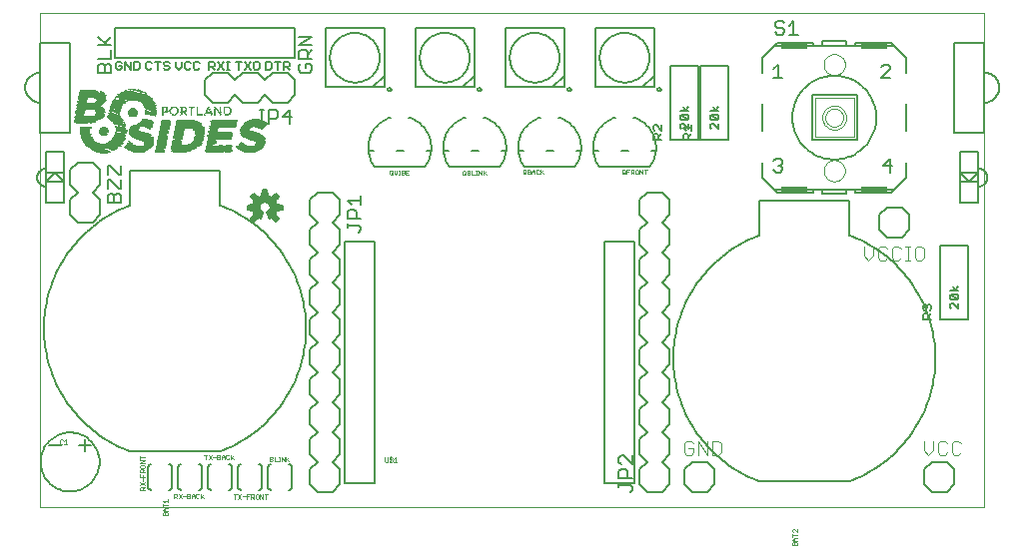
<source format=gto>
G75*
%MOIN*%
%OFA0B0*%
%FSLAX24Y24*%
%IPPOS*%
%LPD*%
%AMOC8*
5,1,8,0,0,1.08239X$1,22.5*
%
%ADD10C,0.0000*%
%ADD11C,0.0080*%
%ADD12C,0.0010*%
%ADD13C,0.0050*%
%ADD14C,0.0020*%
%ADD15C,0.0060*%
%ADD16R,0.0850X0.0200*%
%ADD17C,0.0040*%
%ADD18C,0.0059*%
%ADD19R,0.0250X0.0031*%
%ADD20R,0.0500X0.0031*%
%ADD21R,0.0375X0.0031*%
%ADD22R,0.0313X0.0031*%
%ADD23R,0.0469X0.0031*%
%ADD24R,0.0625X0.0031*%
%ADD25R,0.0188X0.0031*%
%ADD26R,0.0406X0.0031*%
%ADD27R,0.0562X0.0031*%
%ADD28R,0.0500X0.0031*%
%ADD29R,0.0313X0.0031*%
%ADD30R,0.0656X0.0031*%
%ADD31R,0.0906X0.0031*%
%ADD32R,0.0563X0.0031*%
%ADD33R,0.0532X0.0031*%
%ADD34R,0.0125X0.0031*%
%ADD35R,0.0688X0.0031*%
%ADD36R,0.0687X0.0031*%
%ADD37R,0.0906X0.0031*%
%ADD38R,0.0469X0.0031*%
%ADD39R,0.0281X0.0031*%
%ADD40R,0.0750X0.0031*%
%ADD41R,0.0281X0.0031*%
%ADD42R,0.0812X0.0031*%
%ADD43R,0.0875X0.0031*%
%ADD44R,0.0782X0.0031*%
%ADD45R,0.0469X0.0031*%
%ADD46R,0.0437X0.0031*%
%ADD47R,0.0844X0.0031*%
%ADD48R,0.0312X0.0031*%
%ADD49R,0.0843X0.0031*%
%ADD50R,0.0875X0.0031*%
%ADD51R,0.0844X0.0031*%
%ADD52R,0.1032X0.0031*%
%ADD53R,0.0312X0.0031*%
%ADD54R,0.0906X0.0031*%
%ADD55R,0.1125X0.0031*%
%ADD56R,0.0907X0.0031*%
%ADD57R,0.0937X0.0031*%
%ADD58R,0.0094X0.0031*%
%ADD59R,0.0219X0.0031*%
%ADD60R,0.1187X0.0031*%
%ADD61R,0.0937X0.0031*%
%ADD62R,0.0062X0.0031*%
%ADD63R,0.0469X0.0031*%
%ADD64R,0.1218X0.0031*%
%ADD65R,0.0969X0.0031*%
%ADD66R,0.0219X0.0031*%
%ADD67R,0.0281X0.0031*%
%ADD68R,0.0344X0.0031*%
%ADD69R,0.1250X0.0031*%
%ADD70R,0.0219X0.0031*%
%ADD71R,0.0438X0.0031*%
%ADD72R,0.0125X0.0031*%
%ADD73R,0.0187X0.0031*%
%ADD74R,0.0594X0.0031*%
%ADD75R,0.0187X0.0031*%
%ADD76R,0.0344X0.0031*%
%ADD77R,0.0094X0.0031*%
%ADD78R,0.0344X0.0031*%
%ADD79R,0.0032X0.0031*%
%ADD80R,0.0063X0.0031*%
%ADD81R,0.0406X0.0031*%
%ADD82R,0.0406X0.0031*%
%ADD83R,0.0468X0.0031*%
%ADD84R,0.0343X0.0031*%
%ADD85R,0.0282X0.0031*%
%ADD86R,0.0250X0.0031*%
%ADD87R,0.0813X0.0031*%
%ADD88R,0.0375X0.0031*%
%ADD89R,0.0437X0.0031*%
%ADD90R,0.0813X0.0031*%
%ADD91R,0.0688X0.0031*%
%ADD92R,0.0719X0.0031*%
%ADD93R,0.0719X0.0031*%
%ADD94R,0.0407X0.0031*%
%ADD95R,0.0687X0.0031*%
%ADD96R,0.0844X0.0031*%
%ADD97R,0.0718X0.0031*%
%ADD98R,0.0343X0.0031*%
%ADD99R,0.0407X0.0031*%
%ADD100R,0.0718X0.0031*%
%ADD101R,0.0282X0.0031*%
%ADD102R,0.0719X0.0031*%
%ADD103R,0.0657X0.0031*%
%ADD104R,0.0657X0.0031*%
%ADD105R,0.0812X0.0031*%
%ADD106R,0.0656X0.0031*%
%ADD107R,0.0344X0.0031*%
%ADD108R,0.0093X0.0031*%
%ADD109R,0.0219X0.0031*%
%ADD110R,0.0781X0.0031*%
%ADD111R,0.0438X0.0031*%
%ADD112R,0.0281X0.0031*%
%ADD113R,0.0156X0.0031*%
%ADD114R,0.0968X0.0031*%
%ADD115R,0.0968X0.0031*%
%ADD116R,0.0062X0.0031*%
%ADD117R,0.0157X0.0031*%
%ADD118R,0.0750X0.0031*%
%ADD119R,0.0906X0.0031*%
%ADD120R,0.0781X0.0031*%
%ADD121R,0.0563X0.0031*%
%ADD122R,0.0031X0.0031*%
%ADD123R,0.0406X0.0031*%
%ADD124R,0.0094X0.0031*%
%ADD125R,0.0531X0.0031*%
%ADD126R,0.0781X0.0031*%
%ADD127R,0.0594X0.0031*%
%ADD128R,0.0468X0.0031*%
%ADD129R,0.0969X0.0031*%
%ADD130R,0.0156X0.0031*%
%ADD131R,0.1000X0.0031*%
%ADD132R,0.0031X0.0031*%
%ADD133R,0.0032X0.0031*%
%ADD134R,0.0031X0.0031*%
%ADD135R,0.0063X0.0031*%
%ADD136R,0.0188X0.0031*%
%ADD137R,0.0031X0.0031*%
%ADD138R,0.0218X0.0031*%
%ADD139R,0.0938X0.0031*%
%ADD140R,0.0907X0.0031*%
%ADD141R,0.0843X0.0031*%
%ADD142R,0.1125X0.0031*%
%ADD143R,0.1218X0.0031*%
%ADD144R,0.1156X0.0031*%
%ADD145R,0.0625X0.0031*%
%ADD146R,0.0094X0.0031*%
D10*
X000625Y002101D02*
X000625Y018601D01*
X032125Y018601D01*
X032125Y002101D01*
X000625Y002101D01*
X026770Y013331D02*
X026772Y013368D01*
X026778Y013405D01*
X026787Y013441D01*
X026801Y013475D01*
X026818Y013508D01*
X026838Y013540D01*
X026861Y013569D01*
X026887Y013595D01*
X026916Y013618D01*
X026947Y013638D01*
X026981Y013655D01*
X027015Y013669D01*
X027051Y013678D01*
X027088Y013684D01*
X027125Y013686D01*
X027162Y013684D01*
X027199Y013678D01*
X027235Y013669D01*
X027269Y013655D01*
X027302Y013638D01*
X027334Y013618D01*
X027363Y013595D01*
X027389Y013569D01*
X027412Y013540D01*
X027432Y013509D01*
X027449Y013475D01*
X027463Y013441D01*
X027472Y013405D01*
X027478Y013368D01*
X027480Y013331D01*
X027478Y013294D01*
X027472Y013257D01*
X027463Y013221D01*
X027449Y013187D01*
X027432Y013154D01*
X027412Y013122D01*
X027389Y013093D01*
X027363Y013067D01*
X027334Y013044D01*
X027303Y013024D01*
X027269Y013007D01*
X027235Y012993D01*
X027199Y012984D01*
X027162Y012978D01*
X027125Y012976D01*
X027088Y012978D01*
X027051Y012984D01*
X027015Y012993D01*
X026981Y013007D01*
X026948Y013024D01*
X026916Y013044D01*
X026887Y013067D01*
X026861Y013093D01*
X026838Y013122D01*
X026818Y013153D01*
X026801Y013187D01*
X026787Y013221D01*
X026778Y013257D01*
X026772Y013294D01*
X026770Y013331D01*
X026770Y016871D02*
X026772Y016908D01*
X026778Y016945D01*
X026787Y016981D01*
X026801Y017015D01*
X026818Y017048D01*
X026838Y017080D01*
X026861Y017109D01*
X026887Y017135D01*
X026916Y017158D01*
X026947Y017178D01*
X026981Y017195D01*
X027015Y017209D01*
X027051Y017218D01*
X027088Y017224D01*
X027125Y017226D01*
X027162Y017224D01*
X027199Y017218D01*
X027235Y017209D01*
X027269Y017195D01*
X027302Y017178D01*
X027334Y017158D01*
X027363Y017135D01*
X027389Y017109D01*
X027412Y017080D01*
X027432Y017049D01*
X027449Y017015D01*
X027463Y016981D01*
X027472Y016945D01*
X027478Y016908D01*
X027480Y016871D01*
X027478Y016834D01*
X027472Y016797D01*
X027463Y016761D01*
X027449Y016727D01*
X027432Y016694D01*
X027412Y016662D01*
X027389Y016633D01*
X027363Y016607D01*
X027334Y016584D01*
X027303Y016564D01*
X027269Y016547D01*
X027235Y016533D01*
X027199Y016524D01*
X027162Y016518D01*
X027125Y016516D01*
X027088Y016518D01*
X027051Y016524D01*
X027015Y016533D01*
X026981Y016547D01*
X026948Y016564D01*
X026916Y016584D01*
X026887Y016607D01*
X026861Y016633D01*
X026838Y016662D01*
X026818Y016693D01*
X026801Y016727D01*
X026787Y016761D01*
X026778Y016797D01*
X026772Y016834D01*
X026770Y016871D01*
D11*
X023597Y016841D02*
X023597Y014360D01*
X022653Y014360D01*
X022653Y016841D01*
X023597Y016841D01*
X022597Y016841D02*
X022597Y014360D01*
X021653Y014360D01*
X021653Y016841D01*
X022597Y016841D01*
X021170Y014001D02*
X021012Y014001D01*
X020950Y013451D02*
X019300Y013451D01*
X019238Y014001D02*
X019080Y014001D01*
X018670Y014001D02*
X018512Y014001D01*
X017738Y014001D02*
X017512Y014001D01*
X018450Y013451D02*
X018487Y013502D01*
X018522Y013555D01*
X018554Y013611D01*
X018582Y013668D01*
X018606Y013727D01*
X018627Y013787D01*
X018644Y013848D01*
X018658Y013910D01*
X018667Y013973D01*
X018673Y014036D01*
X018675Y014100D01*
X018673Y014164D01*
X018667Y014227D01*
X018658Y014290D01*
X018645Y014352D01*
X018627Y014413D01*
X018607Y014473D01*
X018582Y014532D01*
X018555Y014589D01*
X018523Y014645D01*
X018489Y014698D01*
X018451Y014749D01*
X018410Y014798D01*
X018366Y014844D01*
X018320Y014888D01*
X018271Y014929D01*
X018220Y014966D01*
X018166Y015001D01*
X018111Y015032D01*
X018054Y015060D01*
X017995Y015084D01*
X017935Y015104D01*
X017315Y015104D02*
X017255Y015084D01*
X017196Y015060D01*
X017139Y015032D01*
X017084Y015001D01*
X017030Y014966D01*
X016979Y014929D01*
X016930Y014888D01*
X016884Y014844D01*
X016840Y014798D01*
X016799Y014749D01*
X016761Y014698D01*
X016727Y014645D01*
X016696Y014589D01*
X016668Y014532D01*
X016643Y014473D01*
X016623Y014413D01*
X016605Y014352D01*
X016592Y014290D01*
X016583Y014227D01*
X016577Y014164D01*
X016575Y014100D01*
X016577Y014036D01*
X016583Y013973D01*
X016592Y013910D01*
X016606Y013848D01*
X016623Y013787D01*
X016644Y013727D01*
X016668Y013668D01*
X016696Y013611D01*
X016728Y013555D01*
X016763Y013502D01*
X016800Y013451D01*
X018450Y013451D01*
X020012Y014001D02*
X020238Y014001D01*
X020950Y013451D02*
X020987Y013502D01*
X021022Y013555D01*
X021054Y013611D01*
X021082Y013668D01*
X021106Y013727D01*
X021127Y013787D01*
X021144Y013848D01*
X021158Y013910D01*
X021167Y013973D01*
X021173Y014036D01*
X021175Y014100D01*
X021173Y014164D01*
X021167Y014227D01*
X021158Y014290D01*
X021145Y014352D01*
X021127Y014413D01*
X021107Y014473D01*
X021082Y014532D01*
X021055Y014589D01*
X021023Y014645D01*
X020989Y014698D01*
X020951Y014749D01*
X020910Y014798D01*
X020866Y014844D01*
X020820Y014888D01*
X020771Y014929D01*
X020720Y014966D01*
X020666Y015001D01*
X020611Y015032D01*
X020554Y015060D01*
X020495Y015084D01*
X020435Y015104D01*
X019815Y015104D02*
X019755Y015084D01*
X019696Y015060D01*
X019639Y015032D01*
X019584Y015001D01*
X019530Y014966D01*
X019479Y014929D01*
X019430Y014888D01*
X019384Y014844D01*
X019340Y014798D01*
X019299Y014749D01*
X019261Y014698D01*
X019227Y014645D01*
X019196Y014589D01*
X019168Y014532D01*
X019143Y014473D01*
X019123Y014413D01*
X019105Y014352D01*
X019092Y014290D01*
X019083Y014227D01*
X019077Y014164D01*
X019075Y014100D01*
X019077Y014036D01*
X019083Y013973D01*
X019092Y013910D01*
X019106Y013848D01*
X019123Y013787D01*
X019144Y013727D01*
X019168Y013668D01*
X019196Y013611D01*
X019228Y013555D01*
X019263Y013502D01*
X019300Y013451D01*
X020625Y012351D02*
X020875Y012601D01*
X021375Y012601D01*
X021625Y012351D01*
X021625Y011851D01*
X021375Y011601D01*
X021625Y011351D01*
X021625Y010851D01*
X021375Y010601D01*
X021625Y010351D01*
X021625Y009851D01*
X021375Y009601D01*
X021625Y009351D01*
X021625Y008851D01*
X021375Y008601D01*
X021625Y008351D01*
X021625Y007851D01*
X021375Y007601D01*
X021625Y007351D01*
X021625Y006851D01*
X021375Y006601D01*
X021625Y006351D01*
X021625Y005851D01*
X021375Y005601D01*
X021625Y005351D01*
X021625Y004851D01*
X021375Y004601D01*
X021625Y004351D01*
X021625Y003851D01*
X021375Y003601D01*
X021625Y003351D01*
X021625Y002851D01*
X021375Y002601D01*
X020875Y002601D01*
X020625Y002851D01*
X020625Y003351D01*
X020875Y003601D01*
X020625Y003851D01*
X020625Y004351D01*
X020875Y004601D01*
X020625Y004851D01*
X020625Y005351D01*
X020875Y005601D01*
X020625Y005851D01*
X020625Y006351D01*
X020875Y006601D01*
X020625Y006851D01*
X020625Y007351D01*
X020875Y007601D01*
X020625Y007851D01*
X020625Y008351D01*
X020875Y008601D01*
X020625Y008851D01*
X020625Y009351D01*
X020875Y009601D01*
X020625Y009851D01*
X020625Y010351D01*
X020875Y010601D01*
X020625Y010851D01*
X020625Y011351D01*
X020875Y011601D01*
X020625Y011851D01*
X020625Y012351D01*
X020448Y010967D02*
X019464Y010967D01*
X019464Y002896D01*
X020448Y002896D01*
X020448Y010967D01*
X024629Y011171D02*
X024629Y012345D01*
X027621Y012345D01*
X027621Y011171D01*
X028625Y011351D02*
X028875Y011101D01*
X029375Y011101D01*
X029625Y011351D01*
X029625Y011851D01*
X029375Y012101D01*
X028875Y012101D01*
X028625Y011851D01*
X028625Y011351D01*
X030653Y010841D02*
X031597Y010841D01*
X031597Y008360D01*
X030653Y008360D01*
X030653Y010841D01*
X024629Y011171D02*
X024506Y011124D01*
X024384Y011073D01*
X024264Y011019D01*
X024146Y010961D01*
X024029Y010899D01*
X023915Y010834D01*
X023802Y010766D01*
X023691Y010694D01*
X023583Y010619D01*
X023477Y010540D01*
X023373Y010459D01*
X023272Y010374D01*
X023174Y010286D01*
X023078Y010196D01*
X022985Y010102D01*
X022894Y010006D01*
X022807Y009907D01*
X022723Y009806D01*
X022642Y009702D01*
X022564Y009596D01*
X022489Y009487D01*
X022418Y009376D01*
X022350Y009263D01*
X022285Y009148D01*
X022224Y009031D01*
X022166Y008913D01*
X022112Y008793D01*
X022062Y008671D01*
X022015Y008547D01*
X021972Y008423D01*
X021933Y008297D01*
X021898Y008170D01*
X021866Y008042D01*
X021839Y007913D01*
X021815Y007783D01*
X021795Y007653D01*
X021779Y007522D01*
X021767Y007390D01*
X021759Y007259D01*
X021755Y007127D01*
X021755Y006995D01*
X021759Y006863D01*
X021767Y006732D01*
X021779Y006600D01*
X021795Y006469D01*
X021815Y006339D01*
X021839Y006209D01*
X021866Y006080D01*
X021898Y005952D01*
X021933Y005825D01*
X021972Y005699D01*
X022015Y005575D01*
X022062Y005451D01*
X022112Y005329D01*
X022166Y005209D01*
X022224Y005091D01*
X022285Y004974D01*
X022350Y004859D01*
X022418Y004746D01*
X022489Y004635D01*
X022564Y004526D01*
X022642Y004420D01*
X022723Y004316D01*
X022807Y004215D01*
X022894Y004116D01*
X022985Y004020D01*
X023078Y003926D01*
X023174Y003836D01*
X023272Y003748D01*
X023373Y003663D01*
X023477Y003582D01*
X023583Y003503D01*
X023691Y003428D01*
X023802Y003356D01*
X023915Y003288D01*
X024029Y003223D01*
X024146Y003161D01*
X024264Y003103D01*
X024384Y003049D01*
X024506Y002998D01*
X024629Y002951D01*
X027621Y002951D01*
X030125Y002851D02*
X030375Y002601D01*
X030875Y002601D01*
X031125Y002851D01*
X031125Y003351D01*
X030875Y003601D01*
X030375Y003601D01*
X030125Y003351D01*
X030125Y002851D01*
X023125Y002851D02*
X023125Y003351D01*
X022875Y003601D01*
X022375Y003601D01*
X022125Y003351D01*
X022125Y002851D01*
X022375Y002601D01*
X022875Y002601D01*
X023125Y002851D01*
X027621Y002951D02*
X027744Y002998D01*
X027866Y003049D01*
X027986Y003103D01*
X028104Y003161D01*
X028221Y003223D01*
X028335Y003288D01*
X028448Y003356D01*
X028559Y003428D01*
X028667Y003503D01*
X028773Y003582D01*
X028877Y003663D01*
X028978Y003748D01*
X029076Y003836D01*
X029172Y003926D01*
X029265Y004020D01*
X029356Y004116D01*
X029443Y004215D01*
X029527Y004316D01*
X029608Y004420D01*
X029686Y004526D01*
X029761Y004635D01*
X029832Y004746D01*
X029900Y004859D01*
X029965Y004974D01*
X030026Y005091D01*
X030084Y005209D01*
X030138Y005329D01*
X030188Y005451D01*
X030235Y005575D01*
X030278Y005699D01*
X030317Y005825D01*
X030352Y005952D01*
X030384Y006080D01*
X030411Y006209D01*
X030435Y006339D01*
X030455Y006469D01*
X030471Y006600D01*
X030483Y006732D01*
X030491Y006863D01*
X030495Y006995D01*
X030495Y007127D01*
X030491Y007259D01*
X030483Y007390D01*
X030471Y007522D01*
X030455Y007653D01*
X030435Y007783D01*
X030411Y007913D01*
X030384Y008042D01*
X030352Y008170D01*
X030317Y008297D01*
X030278Y008423D01*
X030235Y008547D01*
X030188Y008671D01*
X030138Y008793D01*
X030084Y008913D01*
X030026Y009031D01*
X029965Y009148D01*
X029900Y009263D01*
X029832Y009376D01*
X029761Y009487D01*
X029686Y009596D01*
X029608Y009702D01*
X029527Y009806D01*
X029443Y009907D01*
X029356Y010006D01*
X029265Y010102D01*
X029172Y010196D01*
X029076Y010286D01*
X028978Y010374D01*
X028877Y010459D01*
X028773Y010540D01*
X028667Y010619D01*
X028559Y010694D01*
X028448Y010766D01*
X028335Y010834D01*
X028221Y010899D01*
X028104Y010961D01*
X027986Y011019D01*
X027866Y011073D01*
X027744Y011124D01*
X027621Y011171D01*
X016738Y014001D02*
X016580Y014001D01*
X016170Y014001D02*
X016012Y014001D01*
X015950Y013451D02*
X014300Y013451D01*
X014238Y014001D02*
X014080Y014001D01*
X013670Y014001D02*
X013512Y014001D01*
X012738Y014001D02*
X012512Y014001D01*
X013450Y013451D02*
X013487Y013502D01*
X013522Y013555D01*
X013554Y013611D01*
X013582Y013668D01*
X013606Y013727D01*
X013627Y013787D01*
X013644Y013848D01*
X013658Y013910D01*
X013667Y013973D01*
X013673Y014036D01*
X013675Y014100D01*
X013673Y014164D01*
X013667Y014227D01*
X013658Y014290D01*
X013645Y014352D01*
X013627Y014413D01*
X013607Y014473D01*
X013582Y014532D01*
X013555Y014589D01*
X013523Y014645D01*
X013489Y014698D01*
X013451Y014749D01*
X013410Y014798D01*
X013366Y014844D01*
X013320Y014888D01*
X013271Y014929D01*
X013220Y014966D01*
X013166Y015001D01*
X013111Y015032D01*
X013054Y015060D01*
X012995Y015084D01*
X012935Y015104D01*
X012315Y015104D02*
X012255Y015084D01*
X012196Y015060D01*
X012139Y015032D01*
X012084Y015001D01*
X012030Y014966D01*
X011979Y014929D01*
X011930Y014888D01*
X011884Y014844D01*
X011840Y014798D01*
X011799Y014749D01*
X011761Y014698D01*
X011727Y014645D01*
X011696Y014589D01*
X011668Y014532D01*
X011643Y014473D01*
X011623Y014413D01*
X011605Y014352D01*
X011592Y014290D01*
X011583Y014227D01*
X011577Y014164D01*
X011575Y014100D01*
X011577Y014036D01*
X011583Y013973D01*
X011592Y013910D01*
X011606Y013848D01*
X011623Y013787D01*
X011644Y013727D01*
X011668Y013668D01*
X011696Y013611D01*
X011728Y013555D01*
X011763Y013502D01*
X011800Y013451D01*
X013450Y013451D01*
X015012Y014001D02*
X015238Y014001D01*
X015950Y013451D02*
X015987Y013502D01*
X016022Y013555D01*
X016054Y013611D01*
X016082Y013668D01*
X016106Y013727D01*
X016127Y013787D01*
X016144Y013848D01*
X016158Y013910D01*
X016167Y013973D01*
X016173Y014036D01*
X016175Y014100D01*
X016173Y014164D01*
X016167Y014227D01*
X016158Y014290D01*
X016145Y014352D01*
X016127Y014413D01*
X016107Y014473D01*
X016082Y014532D01*
X016055Y014589D01*
X016023Y014645D01*
X015989Y014698D01*
X015951Y014749D01*
X015910Y014798D01*
X015866Y014844D01*
X015820Y014888D01*
X015771Y014929D01*
X015720Y014966D01*
X015666Y015001D01*
X015611Y015032D01*
X015554Y015060D01*
X015495Y015084D01*
X015435Y015104D01*
X014815Y015104D02*
X014755Y015084D01*
X014696Y015060D01*
X014639Y015032D01*
X014584Y015001D01*
X014530Y014966D01*
X014479Y014929D01*
X014430Y014888D01*
X014384Y014844D01*
X014340Y014798D01*
X014299Y014749D01*
X014261Y014698D01*
X014227Y014645D01*
X014196Y014589D01*
X014168Y014532D01*
X014143Y014473D01*
X014123Y014413D01*
X014105Y014352D01*
X014092Y014290D01*
X014083Y014227D01*
X014077Y014164D01*
X014075Y014100D01*
X014077Y014036D01*
X014083Y013973D01*
X014092Y013910D01*
X014106Y013848D01*
X014123Y013787D01*
X014144Y013727D01*
X014168Y013668D01*
X014196Y013611D01*
X014228Y013555D01*
X014263Y013502D01*
X014300Y013451D01*
X011738Y014001D02*
X011580Y014001D01*
X010375Y012601D02*
X009875Y012601D01*
X009625Y012351D01*
X009625Y011851D01*
X009875Y011601D01*
X009625Y011351D01*
X009625Y010851D01*
X009875Y010601D01*
X009625Y010351D01*
X009625Y009851D01*
X009875Y009601D01*
X009625Y009351D01*
X009625Y008851D01*
X009875Y008601D01*
X009625Y008351D01*
X009625Y007851D01*
X009875Y007601D01*
X009625Y007351D01*
X009625Y006851D01*
X009875Y006601D01*
X009625Y006351D01*
X009625Y005851D01*
X009875Y005601D01*
X009625Y005351D01*
X009625Y004851D01*
X009875Y004601D01*
X009625Y004351D01*
X009625Y003851D01*
X009875Y003601D01*
X009625Y003351D01*
X009625Y002851D01*
X009875Y002601D01*
X010375Y002601D01*
X010625Y002851D01*
X010625Y003351D01*
X010375Y003601D01*
X010625Y003851D01*
X010625Y004351D01*
X010375Y004601D01*
X010625Y004851D01*
X010625Y005351D01*
X010375Y005601D01*
X010625Y005851D01*
X010625Y006351D01*
X010375Y006601D01*
X010625Y006851D01*
X010625Y007351D01*
X010375Y007601D01*
X010625Y007851D01*
X010625Y008351D01*
X010375Y008601D01*
X010625Y008851D01*
X010625Y009351D01*
X010375Y009601D01*
X010625Y009851D01*
X010625Y010351D01*
X010375Y010601D01*
X010625Y010851D01*
X010625Y011351D01*
X010375Y011601D01*
X010625Y011851D01*
X010625Y012351D01*
X010375Y012601D01*
X010802Y010967D02*
X010802Y002896D01*
X011786Y002896D01*
X011786Y010967D01*
X010802Y010967D01*
X006621Y012171D02*
X006621Y013345D01*
X003629Y013345D01*
X003629Y012171D01*
X002625Y012351D02*
X002375Y012601D01*
X002625Y012851D01*
X002625Y013351D01*
X002375Y013601D01*
X001875Y013601D01*
X001625Y013351D01*
X001625Y012851D01*
X001875Y012601D01*
X001625Y012351D01*
X001625Y011851D01*
X001875Y011601D01*
X002375Y011601D01*
X002625Y011851D01*
X002625Y012351D01*
X006125Y015851D02*
X006375Y015601D01*
X006875Y015601D01*
X007125Y015851D01*
X007375Y015601D01*
X007875Y015601D01*
X008125Y015851D01*
X008375Y015601D01*
X008875Y015601D01*
X009125Y015851D01*
X009125Y016351D01*
X008875Y016601D01*
X008375Y016601D01*
X008125Y016351D01*
X007875Y016601D01*
X007375Y016601D01*
X007125Y016351D01*
X006875Y016601D01*
X006375Y016601D01*
X006125Y016351D01*
X006125Y015851D01*
X009265Y016680D02*
X009335Y016609D01*
X009615Y016609D01*
X009685Y016680D01*
X009685Y016820D01*
X009615Y016890D01*
X009475Y016890D01*
X009475Y016750D01*
X009335Y016890D02*
X009265Y016820D01*
X009265Y016680D01*
X009265Y017070D02*
X009265Y017280D01*
X009335Y017350D01*
X009475Y017350D01*
X009545Y017280D01*
X009545Y017070D01*
X009545Y017210D02*
X009685Y017350D01*
X009685Y017530D02*
X009265Y017530D01*
X009685Y017810D01*
X009265Y017810D01*
X009265Y017070D02*
X009685Y017070D01*
X002985Y017070D02*
X002985Y017350D01*
X002985Y017530D02*
X002565Y017530D01*
X002775Y017600D02*
X002985Y017810D01*
X002845Y017530D02*
X002565Y017810D01*
X002565Y017070D02*
X002985Y017070D01*
X002915Y016890D02*
X002985Y016820D01*
X002985Y016609D01*
X002565Y016609D01*
X002565Y016820D01*
X002635Y016890D01*
X002705Y016890D01*
X002775Y016820D01*
X002775Y016609D01*
X002775Y016820D02*
X002845Y016890D01*
X002915Y016890D01*
X006621Y012171D02*
X006744Y012124D01*
X006866Y012073D01*
X006986Y012019D01*
X007104Y011961D01*
X007221Y011899D01*
X007335Y011834D01*
X007448Y011766D01*
X007559Y011694D01*
X007667Y011619D01*
X007773Y011540D01*
X007877Y011459D01*
X007978Y011374D01*
X008076Y011286D01*
X008172Y011196D01*
X008265Y011102D01*
X008356Y011006D01*
X008443Y010907D01*
X008527Y010806D01*
X008608Y010702D01*
X008686Y010596D01*
X008761Y010487D01*
X008832Y010376D01*
X008900Y010263D01*
X008965Y010148D01*
X009026Y010031D01*
X009084Y009913D01*
X009138Y009793D01*
X009188Y009671D01*
X009235Y009547D01*
X009278Y009423D01*
X009317Y009297D01*
X009352Y009170D01*
X009384Y009042D01*
X009411Y008913D01*
X009435Y008783D01*
X009455Y008653D01*
X009471Y008522D01*
X009483Y008390D01*
X009491Y008259D01*
X009495Y008127D01*
X009495Y007995D01*
X009491Y007863D01*
X009483Y007732D01*
X009471Y007600D01*
X009455Y007469D01*
X009435Y007339D01*
X009411Y007209D01*
X009384Y007080D01*
X009352Y006952D01*
X009317Y006825D01*
X009278Y006699D01*
X009235Y006575D01*
X009188Y006451D01*
X009138Y006329D01*
X009084Y006209D01*
X009026Y006091D01*
X008965Y005974D01*
X008900Y005859D01*
X008832Y005746D01*
X008761Y005635D01*
X008686Y005526D01*
X008608Y005420D01*
X008527Y005316D01*
X008443Y005215D01*
X008356Y005116D01*
X008265Y005020D01*
X008172Y004926D01*
X008076Y004836D01*
X007978Y004748D01*
X007877Y004663D01*
X007773Y004582D01*
X007667Y004503D01*
X007559Y004428D01*
X007448Y004356D01*
X007335Y004288D01*
X007221Y004223D01*
X007104Y004161D01*
X006986Y004103D01*
X006866Y004049D01*
X006744Y003998D01*
X006621Y003951D01*
X003629Y003951D01*
X004225Y003426D02*
X004225Y002776D01*
X004227Y002759D01*
X004231Y002742D01*
X004238Y002726D01*
X004248Y002712D01*
X004261Y002699D01*
X004275Y002689D01*
X004291Y002682D01*
X004308Y002678D01*
X004325Y002676D01*
X004925Y002676D02*
X004942Y002678D01*
X004959Y002682D01*
X004975Y002689D01*
X004989Y002699D01*
X005002Y002712D01*
X005012Y002726D01*
X005019Y002742D01*
X005023Y002759D01*
X005025Y002776D01*
X005025Y003426D01*
X005023Y003443D01*
X005019Y003460D01*
X005012Y003476D01*
X005002Y003490D01*
X004989Y003503D01*
X004975Y003513D01*
X004959Y003520D01*
X004942Y003524D01*
X004925Y003526D01*
X005225Y003426D02*
X005225Y002776D01*
X005227Y002759D01*
X005231Y002742D01*
X005238Y002726D01*
X005248Y002712D01*
X005261Y002699D01*
X005275Y002689D01*
X005291Y002682D01*
X005308Y002678D01*
X005325Y002676D01*
X005925Y002676D02*
X005942Y002678D01*
X005959Y002682D01*
X005975Y002689D01*
X005989Y002699D01*
X006002Y002712D01*
X006012Y002726D01*
X006019Y002742D01*
X006023Y002759D01*
X006025Y002776D01*
X006025Y003426D01*
X006023Y003443D01*
X006019Y003460D01*
X006012Y003476D01*
X006002Y003490D01*
X005989Y003503D01*
X005975Y003513D01*
X005959Y003520D01*
X005942Y003524D01*
X005925Y003526D01*
X006225Y003426D02*
X006225Y002776D01*
X006227Y002759D01*
X006231Y002742D01*
X006238Y002726D01*
X006248Y002712D01*
X006261Y002699D01*
X006275Y002689D01*
X006291Y002682D01*
X006308Y002678D01*
X006325Y002676D01*
X006925Y002676D02*
X006942Y002678D01*
X006959Y002682D01*
X006975Y002689D01*
X006989Y002699D01*
X007002Y002712D01*
X007012Y002726D01*
X007019Y002742D01*
X007023Y002759D01*
X007025Y002776D01*
X007025Y003426D01*
X007023Y003443D01*
X007019Y003460D01*
X007012Y003476D01*
X007002Y003490D01*
X006989Y003503D01*
X006975Y003513D01*
X006959Y003520D01*
X006942Y003524D01*
X006925Y003526D01*
X007225Y003426D02*
X007225Y002776D01*
X007227Y002759D01*
X007231Y002742D01*
X007238Y002726D01*
X007248Y002712D01*
X007261Y002699D01*
X007275Y002689D01*
X007291Y002682D01*
X007308Y002678D01*
X007325Y002676D01*
X007925Y002676D02*
X007942Y002678D01*
X007959Y002682D01*
X007975Y002689D01*
X007989Y002699D01*
X008002Y002712D01*
X008012Y002726D01*
X008019Y002742D01*
X008023Y002759D01*
X008025Y002776D01*
X008025Y003426D01*
X008023Y003443D01*
X008019Y003460D01*
X008012Y003476D01*
X008002Y003490D01*
X007989Y003503D01*
X007975Y003513D01*
X007959Y003520D01*
X007942Y003524D01*
X007925Y003526D01*
X008225Y003426D02*
X008225Y002776D01*
X008227Y002759D01*
X008231Y002742D01*
X008238Y002726D01*
X008248Y002712D01*
X008261Y002699D01*
X008275Y002689D01*
X008291Y002682D01*
X008308Y002678D01*
X008325Y002676D01*
X008925Y002676D02*
X008942Y002678D01*
X008959Y002682D01*
X008975Y002689D01*
X008989Y002699D01*
X009002Y002712D01*
X009012Y002726D01*
X009019Y002742D01*
X009023Y002759D01*
X009025Y002776D01*
X009025Y003426D01*
X009023Y003443D01*
X009019Y003460D01*
X009012Y003476D01*
X009002Y003490D01*
X008989Y003503D01*
X008975Y003513D01*
X008959Y003520D01*
X008942Y003524D01*
X008925Y003526D01*
X008325Y003526D02*
X008308Y003524D01*
X008291Y003520D01*
X008275Y003513D01*
X008261Y003503D01*
X008248Y003490D01*
X008238Y003476D01*
X008231Y003460D01*
X008227Y003443D01*
X008225Y003426D01*
X007325Y003526D02*
X007308Y003524D01*
X007291Y003520D01*
X007275Y003513D01*
X007261Y003503D01*
X007248Y003490D01*
X007238Y003476D01*
X007231Y003460D01*
X007227Y003443D01*
X007225Y003426D01*
X006325Y003526D02*
X006308Y003524D01*
X006291Y003520D01*
X006275Y003513D01*
X006261Y003503D01*
X006248Y003490D01*
X006238Y003476D01*
X006231Y003460D01*
X006227Y003443D01*
X006225Y003426D01*
X005325Y003526D02*
X005308Y003524D01*
X005291Y003520D01*
X005275Y003513D01*
X005261Y003503D01*
X005248Y003490D01*
X005238Y003476D01*
X005231Y003460D01*
X005227Y003443D01*
X005225Y003426D01*
X004325Y003526D02*
X004308Y003524D01*
X004291Y003520D01*
X004275Y003513D01*
X004261Y003503D01*
X004248Y003490D01*
X004238Y003476D01*
X004231Y003460D01*
X004227Y003443D01*
X004225Y003426D01*
X002325Y004151D02*
X001925Y004151D01*
X002125Y004351D02*
X002125Y003951D01*
X000641Y003601D02*
X000643Y003663D01*
X000649Y003726D01*
X000659Y003787D01*
X000673Y003848D01*
X000690Y003908D01*
X000711Y003967D01*
X000737Y004024D01*
X000765Y004079D01*
X000797Y004133D01*
X000833Y004184D01*
X000871Y004234D01*
X000913Y004280D01*
X000957Y004324D01*
X001005Y004365D01*
X001054Y004403D01*
X001106Y004437D01*
X001160Y004468D01*
X001216Y004496D01*
X001274Y004520D01*
X001333Y004541D01*
X001393Y004557D01*
X001454Y004570D01*
X001516Y004579D01*
X001578Y004584D01*
X001641Y004585D01*
X001703Y004582D01*
X001765Y004575D01*
X001827Y004564D01*
X001887Y004549D01*
X001947Y004531D01*
X002005Y004509D01*
X002062Y004483D01*
X002117Y004453D01*
X002170Y004420D01*
X002221Y004384D01*
X002269Y004345D01*
X002315Y004302D01*
X002358Y004257D01*
X002398Y004209D01*
X002435Y004159D01*
X002469Y004106D01*
X002500Y004052D01*
X002526Y003996D01*
X002550Y003938D01*
X002569Y003878D01*
X002585Y003818D01*
X002597Y003756D01*
X002605Y003695D01*
X002609Y003632D01*
X002609Y003570D01*
X002605Y003507D01*
X002597Y003446D01*
X002585Y003384D01*
X002569Y003324D01*
X002550Y003264D01*
X002526Y003206D01*
X002500Y003150D01*
X002469Y003096D01*
X002435Y003043D01*
X002398Y002993D01*
X002358Y002945D01*
X002315Y002900D01*
X002269Y002857D01*
X002221Y002818D01*
X002170Y002782D01*
X002117Y002749D01*
X002062Y002719D01*
X002005Y002693D01*
X001947Y002671D01*
X001887Y002653D01*
X001827Y002638D01*
X001765Y002627D01*
X001703Y002620D01*
X001641Y002617D01*
X001578Y002618D01*
X001516Y002623D01*
X001454Y002632D01*
X001393Y002645D01*
X001333Y002661D01*
X001274Y002682D01*
X001216Y002706D01*
X001160Y002734D01*
X001106Y002765D01*
X001054Y002799D01*
X001005Y002837D01*
X000957Y002878D01*
X000913Y002922D01*
X000871Y002968D01*
X000833Y003018D01*
X000797Y003069D01*
X000765Y003123D01*
X000737Y003178D01*
X000711Y003235D01*
X000690Y003294D01*
X000673Y003354D01*
X000659Y003415D01*
X000649Y003476D01*
X000643Y003539D01*
X000641Y003601D01*
X000925Y004151D02*
X001325Y004151D01*
X003629Y003951D02*
X003506Y003998D01*
X003384Y004049D01*
X003264Y004103D01*
X003146Y004161D01*
X003029Y004223D01*
X002915Y004288D01*
X002802Y004356D01*
X002691Y004428D01*
X002583Y004503D01*
X002477Y004582D01*
X002373Y004663D01*
X002272Y004748D01*
X002174Y004836D01*
X002078Y004926D01*
X001985Y005020D01*
X001894Y005116D01*
X001807Y005215D01*
X001723Y005316D01*
X001642Y005420D01*
X001564Y005526D01*
X001489Y005635D01*
X001418Y005746D01*
X001350Y005859D01*
X001285Y005974D01*
X001224Y006091D01*
X001166Y006209D01*
X001112Y006329D01*
X001062Y006451D01*
X001015Y006575D01*
X000972Y006699D01*
X000933Y006825D01*
X000898Y006952D01*
X000866Y007080D01*
X000839Y007209D01*
X000815Y007339D01*
X000795Y007469D01*
X000779Y007600D01*
X000767Y007732D01*
X000759Y007863D01*
X000755Y007995D01*
X000755Y008127D01*
X000759Y008259D01*
X000767Y008390D01*
X000779Y008522D01*
X000795Y008653D01*
X000815Y008783D01*
X000839Y008913D01*
X000866Y009042D01*
X000898Y009170D01*
X000933Y009297D01*
X000972Y009423D01*
X001015Y009547D01*
X001062Y009671D01*
X001112Y009793D01*
X001166Y009913D01*
X001224Y010031D01*
X001285Y010148D01*
X001350Y010263D01*
X001418Y010376D01*
X001489Y010487D01*
X001564Y010596D01*
X001642Y010702D01*
X001723Y010806D01*
X001807Y010907D01*
X001894Y011006D01*
X001985Y011102D01*
X002078Y011196D01*
X002174Y011286D01*
X002272Y011374D01*
X002373Y011459D01*
X002477Y011540D01*
X002583Y011619D01*
X002691Y011694D01*
X002802Y011766D01*
X002915Y011834D01*
X003029Y011899D01*
X003146Y011961D01*
X003264Y012019D01*
X003384Y012073D01*
X003506Y012124D01*
X003629Y012171D01*
D12*
X001477Y004356D02*
X001477Y004206D01*
X001427Y004206D02*
X001527Y004206D01*
X001427Y004306D02*
X001477Y004356D01*
X001380Y004331D02*
X001355Y004356D01*
X001305Y004356D01*
X001280Y004331D01*
X001280Y004231D01*
X001305Y004206D01*
X001355Y004206D01*
X001380Y004231D01*
X003964Y003796D02*
X003964Y003696D01*
X003964Y003649D02*
X004114Y003649D01*
X003964Y003549D01*
X004114Y003549D01*
X004089Y003501D02*
X003989Y003501D01*
X003964Y003476D01*
X003964Y003426D01*
X003989Y003401D01*
X004089Y003401D01*
X004114Y003426D01*
X004114Y003476D01*
X004089Y003501D01*
X004114Y003354D02*
X004064Y003304D01*
X004064Y003329D02*
X004064Y003254D01*
X004114Y003254D02*
X003964Y003254D01*
X003964Y003329D01*
X003989Y003354D01*
X004039Y003354D01*
X004064Y003329D01*
X003964Y003207D02*
X003964Y003107D01*
X004114Y003107D01*
X004039Y003107D02*
X004039Y003157D01*
X004039Y003059D02*
X004039Y002959D01*
X004114Y002912D02*
X003964Y002812D01*
X003989Y002765D02*
X003964Y002740D01*
X003964Y002665D01*
X004114Y002665D01*
X004064Y002665D02*
X004064Y002740D01*
X004039Y002765D01*
X003989Y002765D01*
X004064Y002715D02*
X004114Y002765D01*
X004114Y002812D02*
X003964Y002912D01*
X004720Y002304D02*
X004870Y002304D01*
X004870Y002254D02*
X004870Y002354D01*
X004770Y002254D02*
X004720Y002304D01*
X004720Y002207D02*
X004720Y002107D01*
X004720Y002157D02*
X004870Y002157D01*
X004870Y002060D02*
X004770Y002060D01*
X004720Y002010D01*
X004770Y001960D01*
X004870Y001960D01*
X004845Y001912D02*
X004870Y001887D01*
X004870Y001812D01*
X004720Y001812D01*
X004720Y001887D01*
X004745Y001912D01*
X004770Y001912D01*
X004795Y001887D01*
X004795Y001812D01*
X004795Y001887D02*
X004820Y001912D01*
X004845Y001912D01*
X004795Y001960D02*
X004795Y002060D01*
X005089Y002388D02*
X005089Y002538D01*
X005165Y002538D01*
X005190Y002513D01*
X005190Y002463D01*
X005165Y002438D01*
X005089Y002438D01*
X005140Y002438D02*
X005190Y002388D01*
X005237Y002388D02*
X005337Y002538D01*
X005384Y002463D02*
X005484Y002463D01*
X005531Y002463D02*
X005607Y002463D01*
X005632Y002438D01*
X005632Y002413D01*
X005607Y002388D01*
X005531Y002388D01*
X005531Y002538D01*
X005607Y002538D01*
X005632Y002513D01*
X005632Y002488D01*
X005607Y002463D01*
X005679Y002463D02*
X005779Y002463D01*
X005779Y002488D02*
X005779Y002388D01*
X005826Y002413D02*
X005851Y002388D01*
X005901Y002388D01*
X005926Y002413D01*
X005973Y002438D02*
X006074Y002538D01*
X005973Y002538D02*
X005973Y002388D01*
X005998Y002463D02*
X006074Y002388D01*
X005926Y002513D02*
X005901Y002538D01*
X005851Y002538D01*
X005826Y002513D01*
X005826Y002413D01*
X005779Y002488D02*
X005729Y002538D01*
X005679Y002488D01*
X005679Y002388D01*
X005337Y002388D02*
X005237Y002538D01*
X006141Y003687D02*
X006141Y003837D01*
X006091Y003837D02*
X006191Y003837D01*
X006239Y003837D02*
X006339Y003687D01*
X006386Y003762D02*
X006486Y003762D01*
X006533Y003762D02*
X006608Y003762D01*
X006633Y003737D01*
X006633Y003712D01*
X006608Y003687D01*
X006533Y003687D01*
X006533Y003837D01*
X006608Y003837D01*
X006633Y003812D01*
X006633Y003787D01*
X006608Y003762D01*
X006681Y003762D02*
X006781Y003762D01*
X006781Y003787D02*
X006781Y003687D01*
X006828Y003712D02*
X006853Y003687D01*
X006903Y003687D01*
X006928Y003712D01*
X006975Y003737D02*
X007075Y003837D01*
X006975Y003837D02*
X006975Y003687D01*
X007000Y003762D02*
X007075Y003687D01*
X006928Y003812D02*
X006903Y003837D01*
X006853Y003837D01*
X006828Y003812D01*
X006828Y003712D01*
X006781Y003787D02*
X006731Y003837D01*
X006681Y003787D01*
X006681Y003687D01*
X006339Y003837D02*
X006239Y003687D01*
X007079Y002528D02*
X007179Y002528D01*
X007227Y002528D02*
X007327Y002378D01*
X007374Y002453D02*
X007474Y002453D01*
X007521Y002453D02*
X007571Y002453D01*
X007521Y002528D02*
X007621Y002528D01*
X007669Y002528D02*
X007669Y002378D01*
X007669Y002428D02*
X007744Y002428D01*
X007769Y002453D01*
X007769Y002503D01*
X007744Y002528D01*
X007669Y002528D01*
X007719Y002428D02*
X007769Y002378D01*
X007816Y002403D02*
X007841Y002378D01*
X007891Y002378D01*
X007916Y002403D01*
X007916Y002503D01*
X007891Y002528D01*
X007841Y002528D01*
X007816Y002503D01*
X007816Y002403D01*
X007963Y002378D02*
X007963Y002528D01*
X008063Y002378D01*
X008063Y002528D01*
X008111Y002528D02*
X008211Y002528D01*
X008161Y002528D02*
X008161Y002378D01*
X007521Y002378D02*
X007521Y002528D01*
X007327Y002528D02*
X007227Y002378D01*
X007129Y002378D02*
X007129Y002528D01*
X008289Y003626D02*
X008364Y003626D01*
X008389Y003651D01*
X008389Y003676D01*
X008364Y003701D01*
X008289Y003701D01*
X008289Y003626D02*
X008289Y003776D01*
X008364Y003776D01*
X008389Y003751D01*
X008389Y003726D01*
X008364Y003701D01*
X008436Y003626D02*
X008537Y003626D01*
X008584Y003626D02*
X008634Y003626D01*
X008609Y003626D02*
X008609Y003776D01*
X008584Y003776D02*
X008634Y003776D01*
X008682Y003776D02*
X008782Y003626D01*
X008782Y003776D01*
X008829Y003776D02*
X008829Y003626D01*
X008829Y003676D02*
X008929Y003776D01*
X008854Y003701D02*
X008929Y003626D01*
X008682Y003626D02*
X008682Y003776D01*
X008436Y003776D02*
X008436Y003626D01*
X012130Y003631D02*
X012155Y003606D01*
X012205Y003606D01*
X012230Y003631D01*
X012230Y003756D01*
X012277Y003731D02*
X012302Y003756D01*
X012352Y003756D01*
X012377Y003731D01*
X012425Y003706D02*
X012475Y003756D01*
X012475Y003606D01*
X012425Y003606D02*
X012525Y003606D01*
X012377Y003631D02*
X012377Y003656D01*
X012352Y003681D01*
X012302Y003681D01*
X012277Y003706D01*
X012277Y003731D01*
X012327Y003781D02*
X012327Y003581D01*
X012302Y003606D02*
X012352Y003606D01*
X012377Y003631D01*
X012302Y003606D02*
X012277Y003631D01*
X012130Y003631D02*
X012130Y003756D01*
X004114Y003746D02*
X003964Y003746D01*
X025720Y001329D02*
X025720Y001279D01*
X025745Y001254D01*
X025720Y001207D02*
X025720Y001107D01*
X025720Y001157D02*
X025870Y001157D01*
X025870Y001060D02*
X025770Y001060D01*
X025720Y001010D01*
X025770Y000960D01*
X025870Y000960D01*
X025845Y000912D02*
X025870Y000887D01*
X025870Y000812D01*
X025720Y000812D01*
X025720Y000887D01*
X025745Y000912D01*
X025770Y000912D01*
X025795Y000887D01*
X025795Y000812D01*
X025795Y000887D02*
X025820Y000912D01*
X025845Y000912D01*
X025795Y000960D02*
X025795Y001060D01*
X025870Y001254D02*
X025770Y001354D01*
X025745Y001354D01*
X025720Y001329D01*
X025870Y001354D02*
X025870Y001254D01*
D13*
X020380Y002671D02*
X020305Y002596D01*
X020380Y002671D02*
X020380Y002746D01*
X020305Y002821D01*
X019930Y002821D01*
X019930Y002746D02*
X019930Y002896D01*
X019930Y003056D02*
X019930Y003281D01*
X020005Y003356D01*
X020155Y003356D01*
X020230Y003281D01*
X020230Y003056D01*
X020380Y003056D02*
X019930Y003056D01*
X020005Y003516D02*
X019930Y003591D01*
X019930Y003742D01*
X020005Y003817D01*
X020080Y003817D01*
X020380Y003516D01*
X020380Y003817D01*
X030080Y008376D02*
X030080Y008511D01*
X030125Y008556D01*
X030215Y008556D01*
X030260Y008511D01*
X030260Y008376D01*
X030260Y008466D02*
X030350Y008556D01*
X030305Y008670D02*
X030350Y008715D01*
X030350Y008805D01*
X030305Y008850D01*
X030260Y008850D01*
X030215Y008805D01*
X030215Y008760D01*
X030215Y008805D02*
X030170Y008850D01*
X030125Y008850D01*
X030080Y008805D01*
X030080Y008715D01*
X030125Y008670D01*
X030080Y008376D02*
X030350Y008376D01*
X030980Y008771D02*
X031025Y008726D01*
X030980Y008771D02*
X030980Y008861D01*
X031025Y008906D01*
X031070Y008906D01*
X031250Y008726D01*
X031250Y008906D01*
X031205Y009020D02*
X031025Y009200D01*
X031205Y009200D01*
X031250Y009155D01*
X031250Y009065D01*
X031205Y009020D01*
X031025Y009020D01*
X030980Y009065D01*
X030980Y009155D01*
X031025Y009200D01*
X030980Y009315D02*
X031250Y009315D01*
X031160Y009315D02*
X031070Y009450D01*
X031160Y009315D02*
X031250Y009450D01*
X031325Y012251D02*
X031325Y012951D01*
X031625Y012951D01*
X031925Y012951D01*
X031925Y012801D01*
X031925Y012251D01*
X031325Y012251D01*
X031325Y012951D02*
X031325Y013251D01*
X031925Y013251D01*
X031625Y012951D01*
X031325Y013251D01*
X031325Y013951D01*
X031925Y013951D01*
X031925Y013401D01*
X031925Y013251D01*
X031925Y012951D01*
X031925Y012801D02*
X031959Y012803D01*
X031992Y012809D01*
X032024Y012818D01*
X032055Y012831D01*
X032085Y012847D01*
X032112Y012866D01*
X032137Y012889D01*
X032160Y012914D01*
X032179Y012941D01*
X032195Y012971D01*
X032208Y013002D01*
X032217Y013034D01*
X032223Y013067D01*
X032225Y013101D01*
X032223Y013135D01*
X032217Y013168D01*
X032208Y013200D01*
X032195Y013231D01*
X032179Y013261D01*
X032160Y013288D01*
X032137Y013313D01*
X032112Y013336D01*
X032085Y013355D01*
X032055Y013371D01*
X032024Y013384D01*
X031992Y013393D01*
X031959Y013399D01*
X031925Y013401D01*
X032125Y014601D02*
X031125Y014601D01*
X031125Y017601D01*
X032125Y017601D01*
X032125Y016601D01*
X032125Y015601D01*
X032125Y014601D01*
X032125Y015601D02*
X032169Y015603D01*
X032212Y015609D01*
X032254Y015618D01*
X032296Y015631D01*
X032336Y015648D01*
X032375Y015668D01*
X032412Y015691D01*
X032446Y015718D01*
X032479Y015747D01*
X032508Y015780D01*
X032535Y015814D01*
X032558Y015851D01*
X032578Y015890D01*
X032595Y015930D01*
X032608Y015972D01*
X032617Y016014D01*
X032623Y016057D01*
X032625Y016101D01*
X032623Y016145D01*
X032617Y016188D01*
X032608Y016230D01*
X032595Y016272D01*
X032578Y016312D01*
X032558Y016351D01*
X032535Y016388D01*
X032508Y016422D01*
X032479Y016455D01*
X032446Y016484D01*
X032412Y016511D01*
X032375Y016534D01*
X032336Y016554D01*
X032296Y016571D01*
X032254Y016584D01*
X032212Y016593D01*
X032169Y016599D01*
X032125Y016601D01*
X029000Y016726D02*
X029000Y016801D01*
X028925Y016876D01*
X028775Y016876D01*
X028700Y016801D01*
X029000Y016726D02*
X028700Y016426D01*
X029000Y016426D01*
X025911Y017876D02*
X025610Y017876D01*
X025761Y017876D02*
X025761Y018326D01*
X025610Y018176D01*
X025450Y018251D02*
X025375Y018326D01*
X025225Y018326D01*
X025150Y018251D01*
X025150Y018176D01*
X025225Y018101D01*
X025375Y018101D01*
X025450Y018026D01*
X025450Y017951D01*
X025375Y017876D01*
X025225Y017876D01*
X025150Y017951D01*
X025250Y016876D02*
X025250Y016426D01*
X025100Y016426D02*
X025400Y016426D01*
X025100Y016726D02*
X025250Y016876D01*
X023250Y015450D02*
X023160Y015315D01*
X023070Y015450D01*
X022980Y015315D02*
X023250Y015315D01*
X023205Y015200D02*
X023250Y015155D01*
X023250Y015065D01*
X023205Y015020D01*
X023025Y015200D01*
X023205Y015200D01*
X023205Y015020D02*
X023025Y015020D01*
X022980Y015065D01*
X022980Y015155D01*
X023025Y015200D01*
X023025Y014906D02*
X022980Y014861D01*
X022980Y014771D01*
X023025Y014726D01*
X023025Y014906D02*
X023070Y014906D01*
X023250Y014726D01*
X023250Y014906D01*
X022350Y014850D02*
X022350Y014670D01*
X022350Y014760D02*
X022080Y014760D01*
X022170Y014670D01*
X022250Y014726D02*
X022070Y014906D01*
X022025Y014906D01*
X021980Y014861D01*
X021980Y014771D01*
X022025Y014726D01*
X022125Y014556D02*
X022215Y014556D01*
X022260Y014511D01*
X022260Y014376D01*
X022260Y014466D02*
X022350Y014556D01*
X022350Y014376D02*
X022080Y014376D01*
X022080Y014511D01*
X022125Y014556D01*
X022250Y014726D02*
X022250Y014906D01*
X022205Y015020D02*
X022025Y015200D01*
X022205Y015200D01*
X022250Y015155D01*
X022250Y015065D01*
X022205Y015020D01*
X022025Y015020D01*
X021980Y015065D01*
X021980Y015155D01*
X022025Y015200D01*
X021980Y015315D02*
X022250Y015315D01*
X022160Y015315D02*
X022070Y015450D01*
X022160Y015315D02*
X022250Y015450D01*
X021224Y016042D02*
X021226Y016056D01*
X021232Y016070D01*
X021240Y016082D01*
X021252Y016090D01*
X021266Y016096D01*
X021280Y016098D01*
X021294Y016096D01*
X021308Y016090D01*
X021320Y016082D01*
X021328Y016070D01*
X021334Y016056D01*
X021336Y016042D01*
X021334Y016028D01*
X021328Y016014D01*
X021320Y016002D01*
X021308Y015994D01*
X021294Y015988D01*
X021280Y015986D01*
X021266Y015988D01*
X021252Y015994D01*
X021240Y016002D01*
X021232Y016014D01*
X021226Y016028D01*
X021224Y016042D01*
X021109Y016116D02*
X020716Y016116D01*
X021109Y016510D01*
X021109Y016116D01*
X020716Y016116D02*
X019141Y016116D01*
X019141Y018085D01*
X021109Y018085D01*
X021109Y016510D01*
X019298Y017101D02*
X019300Y017158D01*
X019306Y017215D01*
X019316Y017271D01*
X019329Y017327D01*
X019347Y017381D01*
X019368Y017434D01*
X019393Y017485D01*
X019421Y017535D01*
X019453Y017582D01*
X019487Y017628D01*
X019525Y017670D01*
X019566Y017710D01*
X019609Y017748D01*
X019655Y017782D01*
X019703Y017812D01*
X019753Y017840D01*
X019805Y017864D01*
X019859Y017884D01*
X019913Y017900D01*
X019969Y017913D01*
X020025Y017922D01*
X020082Y017927D01*
X020139Y017928D01*
X020196Y017925D01*
X020253Y017918D01*
X020309Y017907D01*
X020364Y017893D01*
X020418Y017874D01*
X020471Y017852D01*
X020522Y017827D01*
X020571Y017797D01*
X020618Y017765D01*
X020663Y017729D01*
X020705Y017691D01*
X020744Y017649D01*
X020780Y017605D01*
X020814Y017559D01*
X020844Y017510D01*
X020870Y017460D01*
X020893Y017408D01*
X020912Y017354D01*
X020928Y017299D01*
X020940Y017243D01*
X020948Y017186D01*
X020952Y017130D01*
X020952Y017072D01*
X020948Y017016D01*
X020940Y016959D01*
X020928Y016903D01*
X020912Y016848D01*
X020893Y016794D01*
X020870Y016742D01*
X020844Y016692D01*
X020814Y016643D01*
X020780Y016597D01*
X020744Y016553D01*
X020705Y016511D01*
X020663Y016473D01*
X020618Y016437D01*
X020571Y016405D01*
X020522Y016375D01*
X020471Y016350D01*
X020418Y016328D01*
X020364Y016309D01*
X020309Y016295D01*
X020253Y016284D01*
X020196Y016277D01*
X020139Y016274D01*
X020082Y016275D01*
X020025Y016280D01*
X019969Y016289D01*
X019913Y016302D01*
X019859Y016318D01*
X019805Y016338D01*
X019753Y016362D01*
X019703Y016390D01*
X019655Y016420D01*
X019609Y016454D01*
X019566Y016492D01*
X019525Y016532D01*
X019487Y016574D01*
X019453Y016620D01*
X019421Y016667D01*
X019393Y016717D01*
X019368Y016768D01*
X019347Y016821D01*
X019329Y016875D01*
X019316Y016931D01*
X019306Y016987D01*
X019300Y017044D01*
X019298Y017101D01*
X018109Y016510D02*
X017716Y016116D01*
X016141Y016116D01*
X016141Y018085D01*
X018109Y018085D01*
X018109Y016510D01*
X018109Y016116D01*
X017716Y016116D01*
X018224Y016042D02*
X018226Y016056D01*
X018232Y016070D01*
X018240Y016082D01*
X018252Y016090D01*
X018266Y016096D01*
X018280Y016098D01*
X018294Y016096D01*
X018308Y016090D01*
X018320Y016082D01*
X018328Y016070D01*
X018334Y016056D01*
X018336Y016042D01*
X018334Y016028D01*
X018328Y016014D01*
X018320Y016002D01*
X018308Y015994D01*
X018294Y015988D01*
X018280Y015986D01*
X018266Y015988D01*
X018252Y015994D01*
X018240Y016002D01*
X018232Y016014D01*
X018226Y016028D01*
X018224Y016042D01*
X016298Y017101D02*
X016300Y017158D01*
X016306Y017215D01*
X016316Y017271D01*
X016329Y017327D01*
X016347Y017381D01*
X016368Y017434D01*
X016393Y017485D01*
X016421Y017535D01*
X016453Y017582D01*
X016487Y017628D01*
X016525Y017670D01*
X016566Y017710D01*
X016609Y017748D01*
X016655Y017782D01*
X016703Y017812D01*
X016753Y017840D01*
X016805Y017864D01*
X016859Y017884D01*
X016913Y017900D01*
X016969Y017913D01*
X017025Y017922D01*
X017082Y017927D01*
X017139Y017928D01*
X017196Y017925D01*
X017253Y017918D01*
X017309Y017907D01*
X017364Y017893D01*
X017418Y017874D01*
X017471Y017852D01*
X017522Y017827D01*
X017571Y017797D01*
X017618Y017765D01*
X017663Y017729D01*
X017705Y017691D01*
X017744Y017649D01*
X017780Y017605D01*
X017814Y017559D01*
X017844Y017510D01*
X017870Y017460D01*
X017893Y017408D01*
X017912Y017354D01*
X017928Y017299D01*
X017940Y017243D01*
X017948Y017186D01*
X017952Y017130D01*
X017952Y017072D01*
X017948Y017016D01*
X017940Y016959D01*
X017928Y016903D01*
X017912Y016848D01*
X017893Y016794D01*
X017870Y016742D01*
X017844Y016692D01*
X017814Y016643D01*
X017780Y016597D01*
X017744Y016553D01*
X017705Y016511D01*
X017663Y016473D01*
X017618Y016437D01*
X017571Y016405D01*
X017522Y016375D01*
X017471Y016350D01*
X017418Y016328D01*
X017364Y016309D01*
X017309Y016295D01*
X017253Y016284D01*
X017196Y016277D01*
X017139Y016274D01*
X017082Y016275D01*
X017025Y016280D01*
X016969Y016289D01*
X016913Y016302D01*
X016859Y016318D01*
X016805Y016338D01*
X016753Y016362D01*
X016703Y016390D01*
X016655Y016420D01*
X016609Y016454D01*
X016566Y016492D01*
X016525Y016532D01*
X016487Y016574D01*
X016453Y016620D01*
X016421Y016667D01*
X016393Y016717D01*
X016368Y016768D01*
X016347Y016821D01*
X016329Y016875D01*
X016316Y016931D01*
X016306Y016987D01*
X016300Y017044D01*
X016298Y017101D01*
X015109Y016510D02*
X014716Y016116D01*
X013141Y016116D01*
X013141Y018085D01*
X015109Y018085D01*
X015109Y016510D01*
X015109Y016116D01*
X014716Y016116D01*
X015224Y016042D02*
X015226Y016056D01*
X015232Y016070D01*
X015240Y016082D01*
X015252Y016090D01*
X015266Y016096D01*
X015280Y016098D01*
X015294Y016096D01*
X015308Y016090D01*
X015320Y016082D01*
X015328Y016070D01*
X015334Y016056D01*
X015336Y016042D01*
X015334Y016028D01*
X015328Y016014D01*
X015320Y016002D01*
X015308Y015994D01*
X015294Y015988D01*
X015280Y015986D01*
X015266Y015988D01*
X015252Y015994D01*
X015240Y016002D01*
X015232Y016014D01*
X015226Y016028D01*
X015224Y016042D01*
X013298Y017101D02*
X013300Y017158D01*
X013306Y017215D01*
X013316Y017271D01*
X013329Y017327D01*
X013347Y017381D01*
X013368Y017434D01*
X013393Y017485D01*
X013421Y017535D01*
X013453Y017582D01*
X013487Y017628D01*
X013525Y017670D01*
X013566Y017710D01*
X013609Y017748D01*
X013655Y017782D01*
X013703Y017812D01*
X013753Y017840D01*
X013805Y017864D01*
X013859Y017884D01*
X013913Y017900D01*
X013969Y017913D01*
X014025Y017922D01*
X014082Y017927D01*
X014139Y017928D01*
X014196Y017925D01*
X014253Y017918D01*
X014309Y017907D01*
X014364Y017893D01*
X014418Y017874D01*
X014471Y017852D01*
X014522Y017827D01*
X014571Y017797D01*
X014618Y017765D01*
X014663Y017729D01*
X014705Y017691D01*
X014744Y017649D01*
X014780Y017605D01*
X014814Y017559D01*
X014844Y017510D01*
X014870Y017460D01*
X014893Y017408D01*
X014912Y017354D01*
X014928Y017299D01*
X014940Y017243D01*
X014948Y017186D01*
X014952Y017130D01*
X014952Y017072D01*
X014948Y017016D01*
X014940Y016959D01*
X014928Y016903D01*
X014912Y016848D01*
X014893Y016794D01*
X014870Y016742D01*
X014844Y016692D01*
X014814Y016643D01*
X014780Y016597D01*
X014744Y016553D01*
X014705Y016511D01*
X014663Y016473D01*
X014618Y016437D01*
X014571Y016405D01*
X014522Y016375D01*
X014471Y016350D01*
X014418Y016328D01*
X014364Y016309D01*
X014309Y016295D01*
X014253Y016284D01*
X014196Y016277D01*
X014139Y016274D01*
X014082Y016275D01*
X014025Y016280D01*
X013969Y016289D01*
X013913Y016302D01*
X013859Y016318D01*
X013805Y016338D01*
X013753Y016362D01*
X013703Y016390D01*
X013655Y016420D01*
X013609Y016454D01*
X013566Y016492D01*
X013525Y016532D01*
X013487Y016574D01*
X013453Y016620D01*
X013421Y016667D01*
X013393Y016717D01*
X013368Y016768D01*
X013347Y016821D01*
X013329Y016875D01*
X013316Y016931D01*
X013306Y016987D01*
X013300Y017044D01*
X013298Y017101D01*
X012109Y016510D02*
X011716Y016116D01*
X010141Y016116D01*
X010141Y018085D01*
X012109Y018085D01*
X012109Y016510D01*
X012109Y016116D01*
X011716Y016116D01*
X012224Y016042D02*
X012226Y016056D01*
X012232Y016070D01*
X012240Y016082D01*
X012252Y016090D01*
X012266Y016096D01*
X012280Y016098D01*
X012294Y016096D01*
X012308Y016090D01*
X012320Y016082D01*
X012328Y016070D01*
X012334Y016056D01*
X012336Y016042D01*
X012334Y016028D01*
X012328Y016014D01*
X012320Y016002D01*
X012308Y015994D01*
X012294Y015988D01*
X012280Y015986D01*
X012266Y015988D01*
X012252Y015994D01*
X012240Y016002D01*
X012232Y016014D01*
X012226Y016028D01*
X012224Y016042D01*
X010298Y017101D02*
X010300Y017158D01*
X010306Y017215D01*
X010316Y017271D01*
X010329Y017327D01*
X010347Y017381D01*
X010368Y017434D01*
X010393Y017485D01*
X010421Y017535D01*
X010453Y017582D01*
X010487Y017628D01*
X010525Y017670D01*
X010566Y017710D01*
X010609Y017748D01*
X010655Y017782D01*
X010703Y017812D01*
X010753Y017840D01*
X010805Y017864D01*
X010859Y017884D01*
X010913Y017900D01*
X010969Y017913D01*
X011025Y017922D01*
X011082Y017927D01*
X011139Y017928D01*
X011196Y017925D01*
X011253Y017918D01*
X011309Y017907D01*
X011364Y017893D01*
X011418Y017874D01*
X011471Y017852D01*
X011522Y017827D01*
X011571Y017797D01*
X011618Y017765D01*
X011663Y017729D01*
X011705Y017691D01*
X011744Y017649D01*
X011780Y017605D01*
X011814Y017559D01*
X011844Y017510D01*
X011870Y017460D01*
X011893Y017408D01*
X011912Y017354D01*
X011928Y017299D01*
X011940Y017243D01*
X011948Y017186D01*
X011952Y017130D01*
X011952Y017072D01*
X011948Y017016D01*
X011940Y016959D01*
X011928Y016903D01*
X011912Y016848D01*
X011893Y016794D01*
X011870Y016742D01*
X011844Y016692D01*
X011814Y016643D01*
X011780Y016597D01*
X011744Y016553D01*
X011705Y016511D01*
X011663Y016473D01*
X011618Y016437D01*
X011571Y016405D01*
X011522Y016375D01*
X011471Y016350D01*
X011418Y016328D01*
X011364Y016309D01*
X011309Y016295D01*
X011253Y016284D01*
X011196Y016277D01*
X011139Y016274D01*
X011082Y016275D01*
X011025Y016280D01*
X010969Y016289D01*
X010913Y016302D01*
X010859Y016318D01*
X010805Y016338D01*
X010753Y016362D01*
X010703Y016390D01*
X010655Y016420D01*
X010609Y016454D01*
X010566Y016492D01*
X010525Y016532D01*
X010487Y016574D01*
X010453Y016620D01*
X010421Y016667D01*
X010393Y016717D01*
X010368Y016768D01*
X010347Y016821D01*
X010329Y016875D01*
X010316Y016931D01*
X010306Y016987D01*
X010300Y017044D01*
X010298Y017101D01*
X009125Y017101D02*
X009125Y018101D01*
X003125Y018101D01*
X003125Y017101D01*
X009125Y017101D01*
X008936Y016931D02*
X008936Y016841D01*
X008890Y016796D01*
X008755Y016796D01*
X008755Y016706D02*
X008755Y016976D01*
X008890Y016976D01*
X008936Y016931D01*
X008845Y016796D02*
X008936Y016706D01*
X008551Y016706D02*
X008551Y016976D01*
X008461Y016976D02*
X008641Y016976D01*
X008346Y016931D02*
X008346Y016751D01*
X008301Y016706D01*
X008166Y016706D01*
X008166Y016976D01*
X008301Y016976D01*
X008346Y016931D01*
X007936Y016931D02*
X007936Y016751D01*
X007890Y016706D01*
X007800Y016706D01*
X007755Y016751D01*
X007755Y016931D01*
X007800Y016976D01*
X007890Y016976D01*
X007936Y016931D01*
X007641Y016976D02*
X007461Y016706D01*
X007641Y016706D02*
X007461Y016976D01*
X007346Y016976D02*
X007166Y016976D01*
X007256Y016976D02*
X007256Y016706D01*
X006944Y016706D02*
X006854Y016706D01*
X006899Y016706D02*
X006899Y016976D01*
X006854Y016976D02*
X006944Y016976D01*
X006739Y016976D02*
X006559Y016706D01*
X006444Y016706D02*
X006354Y016796D01*
X006399Y016796D02*
X006264Y016796D01*
X006264Y016706D02*
X006264Y016976D01*
X006399Y016976D01*
X006444Y016931D01*
X006444Y016841D01*
X006399Y016796D01*
X006559Y016976D02*
X006739Y016706D01*
X005936Y016751D02*
X005890Y016706D01*
X005800Y016706D01*
X005755Y016751D01*
X005755Y016931D01*
X005800Y016976D01*
X005890Y016976D01*
X005936Y016931D01*
X005641Y016931D02*
X005596Y016976D01*
X005506Y016976D01*
X005461Y016931D01*
X005461Y016751D01*
X005506Y016706D01*
X005596Y016706D01*
X005641Y016751D01*
X005346Y016796D02*
X005346Y016976D01*
X005166Y016976D02*
X005166Y016796D01*
X005256Y016706D01*
X005346Y016796D01*
X004936Y016796D02*
X004936Y016751D01*
X004890Y016706D01*
X004800Y016706D01*
X004755Y016751D01*
X004800Y016841D02*
X004890Y016841D01*
X004936Y016796D01*
X004936Y016931D02*
X004890Y016976D01*
X004800Y016976D01*
X004755Y016931D01*
X004755Y016886D01*
X004800Y016841D01*
X004641Y016976D02*
X004461Y016976D01*
X004551Y016976D02*
X004551Y016706D01*
X004346Y016751D02*
X004301Y016706D01*
X004211Y016706D01*
X004166Y016751D01*
X004166Y016931D01*
X004211Y016976D01*
X004301Y016976D01*
X004346Y016931D01*
X003936Y016931D02*
X003936Y016751D01*
X003890Y016706D01*
X003755Y016706D01*
X003755Y016976D01*
X003890Y016976D01*
X003936Y016931D01*
X003641Y016976D02*
X003641Y016706D01*
X003461Y016976D01*
X003461Y016706D01*
X003346Y016751D02*
X003346Y016841D01*
X003256Y016841D01*
X003166Y016931D02*
X003166Y016751D01*
X003211Y016706D01*
X003301Y016706D01*
X003346Y016751D01*
X003346Y016931D02*
X003301Y016976D01*
X003211Y016976D01*
X003166Y016931D01*
X001625Y017601D02*
X001625Y014601D01*
X000625Y014601D01*
X000625Y015601D01*
X000625Y016601D01*
X000625Y017601D01*
X001625Y017601D01*
X000625Y016601D02*
X000581Y016599D01*
X000538Y016593D01*
X000496Y016584D01*
X000454Y016571D01*
X000414Y016554D01*
X000375Y016534D01*
X000338Y016511D01*
X000304Y016484D01*
X000271Y016455D01*
X000242Y016422D01*
X000215Y016388D01*
X000192Y016351D01*
X000172Y016312D01*
X000155Y016272D01*
X000142Y016230D01*
X000133Y016188D01*
X000127Y016145D01*
X000125Y016101D01*
X000127Y016057D01*
X000133Y016014D01*
X000142Y015972D01*
X000155Y015930D01*
X000172Y015890D01*
X000192Y015851D01*
X000215Y015814D01*
X000242Y015780D01*
X000271Y015747D01*
X000304Y015718D01*
X000338Y015691D01*
X000375Y015668D01*
X000414Y015648D01*
X000454Y015631D01*
X000496Y015618D01*
X000538Y015609D01*
X000581Y015603D01*
X000625Y015601D01*
X000825Y013951D02*
X001425Y013951D01*
X001425Y013251D01*
X001125Y013251D01*
X000825Y013251D01*
X000825Y013401D01*
X000825Y013951D01*
X000825Y013251D02*
X000825Y012951D01*
X001125Y013251D01*
X001425Y012951D01*
X000825Y012951D01*
X000825Y012801D01*
X000825Y012251D01*
X001425Y012251D01*
X001425Y012951D01*
X001425Y013251D01*
X000825Y013401D02*
X000791Y013399D01*
X000758Y013393D01*
X000726Y013384D01*
X000695Y013371D01*
X000665Y013355D01*
X000638Y013336D01*
X000613Y013313D01*
X000590Y013288D01*
X000571Y013261D01*
X000555Y013231D01*
X000542Y013200D01*
X000533Y013168D01*
X000527Y013135D01*
X000525Y013101D01*
X000527Y013067D01*
X000533Y013034D01*
X000542Y013002D01*
X000555Y012971D01*
X000571Y012941D01*
X000590Y012914D01*
X000613Y012889D01*
X000638Y012866D01*
X000665Y012847D01*
X000695Y012831D01*
X000726Y012818D01*
X000758Y012809D01*
X000791Y012803D01*
X000825Y012801D01*
X002870Y012735D02*
X002870Y013035D01*
X002945Y013035D01*
X003245Y012735D01*
X003320Y012735D01*
X003320Y013035D01*
X003320Y013195D02*
X003320Y013495D01*
X003320Y013195D02*
X003245Y013195D01*
X002945Y013495D01*
X002870Y013495D01*
X002870Y013195D01*
X002945Y012575D02*
X003020Y012575D01*
X003095Y012500D01*
X003095Y012274D01*
X003320Y012274D02*
X003320Y012500D01*
X003245Y012575D01*
X003170Y012575D01*
X003095Y012500D01*
X002945Y012575D02*
X002870Y012500D01*
X002870Y012274D01*
X003320Y012274D01*
X007799Y014981D02*
X007874Y014906D01*
X007949Y014906D01*
X008024Y014981D01*
X008024Y015356D01*
X007949Y015356D02*
X008099Y015356D01*
X008259Y015356D02*
X008484Y015356D01*
X008559Y015281D01*
X008559Y015131D01*
X008484Y015056D01*
X008259Y015056D01*
X008259Y014906D02*
X008259Y015356D01*
X008720Y015131D02*
X009020Y015131D01*
X008945Y014906D02*
X008945Y015356D01*
X008720Y015131D01*
X011320Y012495D02*
X011320Y012195D01*
X011320Y012345D02*
X010870Y012345D01*
X011020Y012195D01*
X011095Y012035D02*
X011170Y011960D01*
X011170Y011735D01*
X011320Y011735D02*
X010870Y011735D01*
X010870Y011960D01*
X010945Y012035D01*
X011095Y012035D01*
X010870Y011575D02*
X010870Y011425D01*
X010870Y011500D02*
X011245Y011500D01*
X011320Y011425D01*
X011320Y011350D01*
X011245Y011274D01*
X021080Y014376D02*
X021080Y014511D01*
X021125Y014556D01*
X021215Y014556D01*
X021260Y014511D01*
X021260Y014376D01*
X021260Y014466D02*
X021350Y014556D01*
X021350Y014670D02*
X021170Y014850D01*
X021125Y014850D01*
X021080Y014805D01*
X021080Y014715D01*
X021125Y014670D01*
X021350Y014670D02*
X021350Y014850D01*
X021350Y014376D02*
X021080Y014376D01*
X025100Y013651D02*
X025175Y013726D01*
X025325Y013726D01*
X025400Y013651D01*
X025400Y013576D01*
X025325Y013501D01*
X025400Y013426D01*
X025400Y013351D01*
X025325Y013276D01*
X025175Y013276D01*
X025100Y013351D01*
X025250Y013501D02*
X025325Y013501D01*
X028750Y013501D02*
X029050Y013501D01*
X028975Y013276D02*
X028975Y013726D01*
X028750Y013501D01*
D14*
X027775Y014451D02*
X026475Y014451D01*
X026475Y015751D01*
X027775Y015751D01*
X027775Y014451D01*
X026825Y015101D02*
X026827Y015135D01*
X026833Y015169D01*
X026842Y015202D01*
X026856Y015233D01*
X026873Y015263D01*
X026893Y015291D01*
X026916Y015316D01*
X026942Y015339D01*
X026970Y015358D01*
X027000Y015374D01*
X027032Y015386D01*
X027065Y015395D01*
X027099Y015400D01*
X027134Y015401D01*
X027168Y015398D01*
X027201Y015391D01*
X027234Y015381D01*
X027265Y015366D01*
X027294Y015349D01*
X027321Y015328D01*
X027346Y015304D01*
X027368Y015277D01*
X027386Y015249D01*
X027401Y015218D01*
X027413Y015186D01*
X027421Y015152D01*
X027425Y015118D01*
X027425Y015084D01*
X027421Y015050D01*
X027413Y015016D01*
X027401Y014984D01*
X027386Y014953D01*
X027368Y014925D01*
X027346Y014898D01*
X027321Y014874D01*
X027294Y014853D01*
X027265Y014836D01*
X027234Y014821D01*
X027201Y014811D01*
X027168Y014804D01*
X027134Y014801D01*
X027099Y014802D01*
X027065Y014807D01*
X027032Y014816D01*
X027000Y014828D01*
X026970Y014844D01*
X026942Y014863D01*
X026916Y014886D01*
X026893Y014911D01*
X026873Y014939D01*
X026856Y014969D01*
X026842Y015000D01*
X026833Y015033D01*
X026827Y015067D01*
X026825Y015101D01*
X026725Y015101D02*
X026727Y015141D01*
X026733Y015180D01*
X026743Y015219D01*
X026756Y015256D01*
X026774Y015292D01*
X026795Y015326D01*
X026819Y015358D01*
X026846Y015387D01*
X026876Y015414D01*
X026908Y015437D01*
X026943Y015457D01*
X026979Y015473D01*
X027017Y015486D01*
X027056Y015495D01*
X027095Y015500D01*
X027135Y015501D01*
X027175Y015498D01*
X027214Y015491D01*
X027252Y015480D01*
X027290Y015466D01*
X027325Y015447D01*
X027358Y015426D01*
X027390Y015401D01*
X027418Y015373D01*
X027444Y015343D01*
X027466Y015310D01*
X027485Y015275D01*
X027501Y015238D01*
X027513Y015200D01*
X027521Y015161D01*
X027525Y015121D01*
X027525Y015081D01*
X027521Y015041D01*
X027513Y015002D01*
X027501Y014964D01*
X027485Y014927D01*
X027466Y014892D01*
X027444Y014859D01*
X027418Y014829D01*
X027390Y014801D01*
X027358Y014776D01*
X027325Y014755D01*
X027290Y014736D01*
X027252Y014722D01*
X027214Y014711D01*
X027175Y014704D01*
X027135Y014701D01*
X027095Y014702D01*
X027056Y014707D01*
X027017Y014716D01*
X026979Y014729D01*
X026943Y014745D01*
X026908Y014765D01*
X026876Y014788D01*
X026846Y014815D01*
X026819Y014844D01*
X026795Y014876D01*
X026774Y014910D01*
X026756Y014946D01*
X026743Y014983D01*
X026733Y015022D01*
X026727Y015061D01*
X026725Y015101D01*
X020873Y013355D02*
X020780Y013355D01*
X020826Y013355D02*
X020826Y013215D01*
X020726Y013215D02*
X020726Y013355D01*
X020632Y013355D02*
X020726Y013215D01*
X020632Y013215D02*
X020632Y013355D01*
X020578Y013332D02*
X020555Y013355D01*
X020508Y013355D01*
X020485Y013332D01*
X020485Y013239D01*
X020508Y013215D01*
X020555Y013215D01*
X020578Y013239D01*
X020578Y013332D01*
X020431Y013332D02*
X020431Y013285D01*
X020408Y013262D01*
X020338Y013262D01*
X020384Y013262D02*
X020431Y013215D01*
X020338Y013215D02*
X020338Y013355D01*
X020408Y013355D01*
X020431Y013332D01*
X020284Y013355D02*
X020190Y013355D01*
X020190Y013215D01*
X020136Y013215D02*
X020090Y013262D01*
X020136Y013239D02*
X020113Y013215D01*
X020066Y013215D01*
X020043Y013239D01*
X020043Y013332D01*
X020066Y013355D01*
X020113Y013355D01*
X020136Y013332D01*
X020136Y013239D01*
X020190Y013285D02*
X020237Y013285D01*
X017419Y013215D02*
X017349Y013285D01*
X017326Y013262D02*
X017419Y013355D01*
X017326Y013355D02*
X017326Y013215D01*
X017272Y013239D02*
X017249Y013215D01*
X017202Y013215D01*
X017179Y013239D01*
X017179Y013332D01*
X017202Y013355D01*
X017249Y013355D01*
X017272Y013332D01*
X017125Y013309D02*
X017125Y013215D01*
X017125Y013285D02*
X017031Y013285D01*
X017031Y013309D02*
X017078Y013355D01*
X017125Y013309D01*
X017031Y013309D02*
X017031Y013215D01*
X016978Y013239D02*
X016954Y013215D01*
X016884Y013215D01*
X016884Y013355D01*
X016954Y013355D01*
X016978Y013332D01*
X016978Y013309D01*
X016954Y013285D01*
X016884Y013285D01*
X016954Y013285D02*
X016978Y013262D01*
X016978Y013239D01*
X016830Y013239D02*
X016807Y013215D01*
X016760Y013215D01*
X016737Y013239D01*
X016737Y013332D01*
X016760Y013355D01*
X016807Y013355D01*
X016830Y013332D01*
X016830Y013239D01*
X016830Y013215D02*
X016783Y013262D01*
X015508Y013319D02*
X015414Y013225D01*
X015438Y013249D02*
X015508Y013179D01*
X015414Y013179D02*
X015414Y013319D01*
X015360Y013319D02*
X015360Y013179D01*
X015267Y013319D01*
X015267Y013179D01*
X015216Y013179D02*
X015169Y013179D01*
X015192Y013179D02*
X015192Y013319D01*
X015169Y013319D02*
X015216Y013319D01*
X015115Y013179D02*
X015022Y013179D01*
X015022Y013319D01*
X014968Y013295D02*
X014968Y013272D01*
X014944Y013249D01*
X014874Y013249D01*
X014874Y013319D02*
X014944Y013319D01*
X014968Y013295D01*
X014944Y013249D02*
X014968Y013225D01*
X014968Y013202D01*
X014944Y013179D01*
X014874Y013179D01*
X014874Y013319D01*
X014820Y013295D02*
X014820Y013202D01*
X014797Y013179D01*
X014750Y013179D01*
X014727Y013202D01*
X014727Y013295D01*
X014750Y013319D01*
X014797Y013319D01*
X014820Y013295D01*
X014774Y013225D02*
X014820Y013179D01*
X012922Y013200D02*
X012829Y013200D01*
X012829Y013340D01*
X012922Y013340D01*
X012876Y013270D02*
X012829Y013270D01*
X012775Y013247D02*
X012775Y013224D01*
X012752Y013200D01*
X012682Y013200D01*
X012682Y013340D01*
X012752Y013340D01*
X012775Y013317D01*
X012775Y013294D01*
X012752Y013270D01*
X012682Y013270D01*
X012752Y013270D02*
X012775Y013247D01*
X012630Y013200D02*
X012583Y013200D01*
X012607Y013200D02*
X012607Y013340D01*
X012630Y013340D02*
X012583Y013340D01*
X012530Y013340D02*
X012530Y013247D01*
X012483Y013200D01*
X012436Y013247D01*
X012436Y013340D01*
X012382Y013317D02*
X012382Y013224D01*
X012359Y013200D01*
X012312Y013200D01*
X012289Y013224D01*
X012289Y013317D01*
X012312Y013340D01*
X012359Y013340D01*
X012382Y013317D01*
X012336Y013247D02*
X012382Y013200D01*
D15*
X024725Y013101D02*
X025125Y012701D01*
X025225Y012601D01*
X026425Y012601D01*
X026425Y012701D01*
X026725Y012701D01*
X027525Y012701D01*
X027825Y012701D01*
X029125Y012701D01*
X029025Y012601D01*
X027825Y012601D01*
X027825Y012701D01*
X027525Y012701D02*
X027525Y012551D01*
X026725Y012551D01*
X026725Y012701D01*
X026425Y012701D02*
X025125Y012701D01*
X024725Y013101D02*
X024725Y013601D01*
X024725Y014651D02*
X024725Y015551D01*
X026375Y015851D02*
X026375Y014351D01*
X027875Y014351D01*
X027875Y015851D01*
X026375Y015851D01*
X025725Y015101D02*
X025727Y015176D01*
X025733Y015250D01*
X025743Y015324D01*
X025757Y015397D01*
X025774Y015469D01*
X025796Y015541D01*
X025821Y015611D01*
X025850Y015679D01*
X025883Y015747D01*
X025919Y015812D01*
X025958Y015875D01*
X026001Y015936D01*
X026047Y015995D01*
X026096Y016051D01*
X026148Y016104D01*
X026203Y016155D01*
X026260Y016202D01*
X026320Y016247D01*
X026382Y016288D01*
X026447Y016326D01*
X026513Y016360D01*
X026581Y016391D01*
X026650Y016418D01*
X026721Y016441D01*
X026793Y016461D01*
X026866Y016477D01*
X026939Y016489D01*
X027013Y016497D01*
X027088Y016501D01*
X027162Y016501D01*
X027237Y016497D01*
X027311Y016489D01*
X027384Y016477D01*
X027457Y016461D01*
X027529Y016441D01*
X027600Y016418D01*
X027669Y016391D01*
X027737Y016360D01*
X027803Y016326D01*
X027868Y016288D01*
X027930Y016247D01*
X027990Y016202D01*
X028047Y016155D01*
X028102Y016104D01*
X028154Y016051D01*
X028203Y015995D01*
X028249Y015936D01*
X028292Y015875D01*
X028331Y015812D01*
X028367Y015747D01*
X028400Y015679D01*
X028429Y015611D01*
X028454Y015541D01*
X028476Y015469D01*
X028493Y015397D01*
X028507Y015324D01*
X028517Y015250D01*
X028523Y015176D01*
X028525Y015101D01*
X028523Y015026D01*
X028517Y014952D01*
X028507Y014878D01*
X028493Y014805D01*
X028476Y014733D01*
X028454Y014661D01*
X028429Y014591D01*
X028400Y014523D01*
X028367Y014455D01*
X028331Y014390D01*
X028292Y014327D01*
X028249Y014266D01*
X028203Y014207D01*
X028154Y014151D01*
X028102Y014098D01*
X028047Y014047D01*
X027990Y014000D01*
X027930Y013955D01*
X027868Y013914D01*
X027803Y013876D01*
X027737Y013842D01*
X027669Y013811D01*
X027600Y013784D01*
X027529Y013761D01*
X027457Y013741D01*
X027384Y013725D01*
X027311Y013713D01*
X027237Y013705D01*
X027162Y013701D01*
X027088Y013701D01*
X027013Y013705D01*
X026939Y013713D01*
X026866Y013725D01*
X026793Y013741D01*
X026721Y013761D01*
X026650Y013784D01*
X026581Y013811D01*
X026513Y013842D01*
X026447Y013876D01*
X026382Y013914D01*
X026320Y013955D01*
X026260Y014000D01*
X026203Y014047D01*
X026148Y014098D01*
X026096Y014151D01*
X026047Y014207D01*
X026001Y014266D01*
X025958Y014327D01*
X025919Y014390D01*
X025883Y014455D01*
X025850Y014523D01*
X025821Y014591D01*
X025796Y014661D01*
X025774Y014733D01*
X025757Y014805D01*
X025743Y014878D01*
X025733Y014952D01*
X025727Y015026D01*
X025725Y015101D01*
X024725Y016601D02*
X024725Y017101D01*
X025125Y017501D01*
X025225Y017601D01*
X026425Y017601D01*
X026425Y017501D01*
X026725Y017501D01*
X027525Y017501D01*
X027825Y017501D01*
X027825Y017601D01*
X029025Y017601D01*
X029125Y017501D01*
X027825Y017501D01*
X027525Y017501D02*
X027525Y017651D01*
X026725Y017651D01*
X026725Y017501D01*
X026425Y017501D02*
X025125Y017501D01*
X029125Y017501D02*
X029525Y017101D01*
X029525Y016601D01*
X029525Y015551D02*
X029525Y014651D01*
X029525Y013601D02*
X029525Y013101D01*
X029125Y012701D01*
D16*
X028450Y012701D03*
X025800Y012701D03*
X025800Y017501D03*
X028450Y017501D03*
D17*
X028422Y010801D02*
X028422Y010494D01*
X028268Y010341D01*
X028115Y010494D01*
X028115Y010801D01*
X028575Y010724D02*
X028575Y010417D01*
X028652Y010341D01*
X028806Y010341D01*
X028882Y010417D01*
X029036Y010417D02*
X029113Y010341D01*
X029266Y010341D01*
X029343Y010417D01*
X029496Y010341D02*
X029650Y010341D01*
X029573Y010341D02*
X029573Y010801D01*
X029496Y010801D02*
X029650Y010801D01*
X029803Y010724D02*
X029803Y010417D01*
X029880Y010341D01*
X030033Y010341D01*
X030110Y010417D01*
X030110Y010724D01*
X030033Y010801D01*
X029880Y010801D01*
X029803Y010724D01*
X029343Y010724D02*
X029266Y010801D01*
X029113Y010801D01*
X029036Y010724D01*
X029036Y010417D01*
X028882Y010724D02*
X028806Y010801D01*
X028652Y010801D01*
X028575Y010724D01*
X030115Y004301D02*
X030115Y003994D01*
X030268Y003841D01*
X030422Y003994D01*
X030422Y004301D01*
X030575Y004224D02*
X030575Y003917D01*
X030652Y003841D01*
X030806Y003841D01*
X030882Y003917D01*
X031036Y003917D02*
X031113Y003841D01*
X031266Y003841D01*
X031343Y003917D01*
X031036Y003917D02*
X031036Y004224D01*
X031113Y004301D01*
X031266Y004301D01*
X031343Y004224D01*
X030882Y004224D02*
X030806Y004301D01*
X030652Y004301D01*
X030575Y004224D01*
X023343Y004224D02*
X023343Y003917D01*
X023266Y003841D01*
X023036Y003841D01*
X023036Y004301D01*
X023266Y004301D01*
X023343Y004224D01*
X022882Y004301D02*
X022882Y003841D01*
X022575Y004301D01*
X022575Y003841D01*
X022422Y003917D02*
X022422Y004071D01*
X022268Y004071D01*
X022115Y004224D02*
X022115Y003917D01*
X022192Y003841D01*
X022345Y003841D01*
X022422Y003917D01*
X022422Y004224D02*
X022345Y004301D01*
X022192Y004301D01*
X022115Y004224D01*
D18*
X008590Y011737D02*
X008469Y011885D01*
X008500Y011945D01*
X008521Y012009D01*
X008711Y012029D01*
X008711Y012173D01*
X008521Y012192D01*
X008500Y012256D01*
X008469Y012316D01*
X008590Y012464D01*
X008489Y012566D01*
X008340Y012445D01*
X008280Y012476D01*
X008216Y012496D01*
X008197Y012687D01*
X008053Y012687D01*
X008034Y012496D01*
X007970Y012476D01*
X007910Y012445D01*
X007761Y012566D01*
X007660Y012464D01*
X007781Y012316D01*
X007750Y012256D01*
X007729Y012192D01*
X007539Y012173D01*
X007539Y012029D01*
X007729Y012009D01*
X007750Y011945D01*
X007781Y011885D01*
X007660Y011737D01*
X007761Y011635D01*
X007910Y011756D01*
X007970Y011726D01*
X008054Y011930D01*
X008017Y011951D01*
X007985Y011981D01*
X007961Y012017D01*
X007946Y012058D01*
X007539Y012058D01*
X007539Y012115D02*
X007942Y012115D01*
X007940Y012101D02*
X007946Y012144D01*
X007961Y012186D01*
X007986Y012222D01*
X008019Y012252D01*
X008058Y012273D01*
X008101Y012284D01*
X008145Y012284D01*
X008188Y012274D01*
X008227Y012254D01*
X008261Y012225D01*
X008287Y012189D01*
X008303Y012148D01*
X008309Y012105D01*
X008305Y012061D01*
X008290Y012019D01*
X008266Y011982D01*
X008234Y011952D01*
X008196Y011930D01*
X008280Y011726D01*
X008340Y011756D01*
X008489Y011635D01*
X008590Y011737D01*
X008566Y011712D02*
X008394Y011712D01*
X008465Y011655D02*
X008508Y011655D01*
X008564Y011770D02*
X008262Y011770D01*
X008238Y011827D02*
X008517Y011827D01*
X008470Y011885D02*
X008214Y011885D01*
X008218Y011943D02*
X008499Y011943D01*
X008518Y012000D02*
X008278Y012000D01*
X008304Y012058D02*
X008711Y012058D01*
X008711Y012115D02*
X008308Y012115D01*
X008293Y012173D02*
X008709Y012173D01*
X008508Y012230D02*
X008255Y012230D01*
X008484Y012288D02*
X007766Y012288D01*
X007756Y012345D02*
X008494Y012345D01*
X008540Y012403D02*
X007710Y012403D01*
X007663Y012461D02*
X007891Y012461D01*
X007940Y012461D02*
X008310Y012461D01*
X008359Y012461D02*
X008587Y012461D01*
X008536Y012518D02*
X008430Y012518D01*
X008214Y012518D02*
X008036Y012518D01*
X008042Y012576D02*
X008208Y012576D01*
X008202Y012633D02*
X008048Y012633D01*
X007820Y012518D02*
X007714Y012518D01*
X007742Y012230D02*
X007995Y012230D01*
X007956Y012173D02*
X007541Y012173D01*
X007732Y012000D02*
X007972Y012000D01*
X007946Y012058D02*
X007940Y012101D01*
X008032Y011943D02*
X007751Y011943D01*
X007780Y011885D02*
X008036Y011885D01*
X008012Y011827D02*
X007733Y011827D01*
X007686Y011770D02*
X007988Y011770D01*
X007856Y011712D02*
X007684Y011712D01*
X007742Y011655D02*
X007785Y011655D01*
D19*
X006400Y014144D03*
X004400Y015269D03*
X003712Y015144D03*
X003369Y014832D03*
X002744Y014707D03*
X002744Y014519D03*
X002744Y013894D03*
X004244Y014769D03*
X003431Y015644D03*
D20*
X003181Y014300D03*
X002744Y013925D03*
D21*
X002213Y014363D03*
X002182Y014425D03*
X002150Y014738D03*
X003088Y015175D03*
X003119Y015300D03*
X003150Y015425D03*
X002557Y015550D03*
X003244Y014925D03*
X003338Y014675D03*
X003338Y014613D03*
X003932Y013925D03*
X005838Y014238D03*
X005932Y014675D03*
X004119Y015613D03*
D22*
X003713Y015300D03*
X003713Y015238D03*
X003744Y014675D03*
X004244Y014175D03*
X004619Y013988D03*
X004619Y013925D03*
X004713Y014363D03*
X004713Y014425D03*
X004744Y014550D03*
X004744Y014613D03*
X005244Y014613D03*
X005244Y014550D03*
X005244Y014488D03*
X005213Y014425D03*
X005963Y014550D03*
X006338Y014300D03*
X006338Y014238D03*
X007463Y014675D03*
X007494Y014738D03*
X002744Y014675D03*
X002744Y014613D03*
X002619Y015300D03*
X001963Y015300D03*
X001963Y015238D03*
D23*
X005291Y013925D03*
D24*
X004119Y014363D03*
X006463Y013925D03*
X007838Y014363D03*
D25*
X006900Y013925D03*
X006275Y014175D03*
X005400Y015425D03*
X004775Y015425D03*
D26*
X004322Y015238D03*
X003259Y015675D03*
X003197Y015488D03*
X002634Y015738D03*
X003322Y014550D03*
X003259Y014425D03*
X002259Y014300D03*
X007634Y013925D03*
X007947Y014300D03*
D27*
X004150Y015644D03*
X002681Y013957D03*
D28*
X003150Y014269D03*
X003931Y013957D03*
X004181Y014332D03*
X007900Y014332D03*
D29*
X007963Y014207D03*
X007963Y014769D03*
X007463Y014707D03*
X006338Y014269D03*
X005963Y014457D03*
X005963Y014519D03*
X005963Y014582D03*
X005244Y014582D03*
X005244Y014519D03*
X005213Y014457D03*
X005213Y014394D03*
X004713Y014394D03*
X004713Y014457D03*
X004744Y014582D03*
X004744Y014644D03*
X004244Y014269D03*
X004244Y014207D03*
X004619Y013957D03*
X003744Y014707D03*
X003713Y015207D03*
X003713Y015269D03*
X002619Y015207D03*
X001994Y015332D03*
X001963Y015269D03*
X002619Y015582D03*
X002744Y014644D03*
X002744Y014582D03*
D30*
X004072Y014394D03*
X005322Y013957D03*
D31*
X006572Y013957D03*
X006759Y014957D03*
X003884Y014082D03*
X002384Y015832D03*
D32*
X003869Y014582D03*
X007588Y014582D03*
X007619Y013957D03*
D33*
X002603Y013988D03*
X002353Y014238D03*
X002228Y015988D03*
D34*
X003025Y015363D03*
X004838Y015300D03*
X005088Y015175D03*
X006244Y015363D03*
X006494Y015363D03*
X006650Y014175D03*
X007369Y014238D03*
X003057Y013988D03*
D35*
X003900Y013988D03*
D36*
X005338Y013988D03*
X007619Y013988D03*
D37*
X007634Y014113D03*
X006572Y013988D03*
D38*
X002541Y014019D03*
X002291Y014269D03*
X002541Y015144D03*
D39*
X003041Y015207D03*
X002666Y015644D03*
X002041Y015644D03*
X003041Y014019D03*
X006416Y014707D03*
D40*
X005525Y014957D03*
X003900Y014019D03*
X002119Y014957D03*
X003650Y015894D03*
D41*
X003697Y016019D03*
X004385Y015332D03*
X005260Y014644D03*
X005197Y014332D03*
X004635Y014019D03*
X001947Y015207D03*
X007822Y015019D03*
D42*
X007775Y014832D03*
X006650Y014519D03*
X005400Y014019D03*
D43*
X005432Y014082D03*
X006588Y014082D03*
X006588Y014019D03*
X006713Y014769D03*
X006744Y014832D03*
X006744Y014894D03*
X005588Y014832D03*
X003932Y014144D03*
X002213Y015019D03*
X002369Y015894D03*
X007650Y014144D03*
D44*
X007603Y014019D03*
D45*
X006385Y014113D03*
X007822Y014988D03*
X004197Y014925D03*
X002510Y014050D03*
D46*
X002994Y014050D03*
X003244Y014363D03*
X003088Y015113D03*
X003244Y015550D03*
X004244Y015550D03*
D47*
X002259Y015488D03*
X003884Y014050D03*
X006634Y014488D03*
D48*
X006400Y014613D03*
X006431Y014738D03*
X005931Y014425D03*
X005931Y014363D03*
X005275Y014675D03*
X004775Y014738D03*
X004775Y014800D03*
X004806Y014863D03*
X004806Y014925D03*
X004181Y014988D03*
X003775Y014738D03*
X003650Y014175D03*
X004650Y014113D03*
X004650Y014050D03*
X004681Y014175D03*
X004681Y014238D03*
X004681Y014300D03*
X005181Y014300D03*
X005181Y014238D03*
X002650Y015613D03*
X002681Y015675D03*
X002056Y015738D03*
X002025Y015613D03*
D49*
X005416Y014050D03*
D50*
X006588Y014050D03*
X006744Y014863D03*
X006744Y014925D03*
X006775Y014988D03*
X005588Y014863D03*
X003963Y015675D03*
X002369Y015863D03*
X002275Y015425D03*
D51*
X007603Y014050D03*
D52*
X003728Y015832D03*
X002728Y014082D03*
D53*
X003275Y014769D03*
X002650Y015269D03*
X002025Y015582D03*
X002056Y015707D03*
X004806Y014957D03*
X004806Y014894D03*
X004806Y014832D03*
X004775Y014769D03*
X004775Y014707D03*
X005275Y014707D03*
X004681Y014332D03*
X004681Y014269D03*
X004681Y014207D03*
X004650Y014144D03*
X004650Y014082D03*
X005181Y014207D03*
X005181Y014269D03*
X005931Y014394D03*
X006400Y014644D03*
D54*
X007603Y014082D03*
D55*
X003807Y015738D03*
X002744Y014113D03*
D56*
X003916Y014113D03*
D57*
X005463Y014113D03*
X005588Y014800D03*
X002369Y015800D03*
X002244Y015050D03*
D58*
X006634Y015238D03*
X006759Y014113D03*
D59*
X006947Y014113D03*
X005697Y015425D03*
X004385Y015175D03*
D60*
X002744Y014144D03*
D61*
X002369Y015769D03*
X005494Y014144D03*
D62*
X006181Y014144D03*
X006650Y015207D03*
X006556Y015332D03*
X006181Y015332D03*
X005681Y015394D03*
X005181Y015394D03*
X004275Y014707D03*
X008025Y014707D03*
D63*
X006822Y014144D03*
D64*
X002728Y014175D03*
D65*
X005510Y014175D03*
X003697Y015863D03*
D66*
X004041Y015925D03*
X004416Y015300D03*
X005416Y015300D03*
X006916Y014175D03*
D67*
X007385Y014175D03*
X005947Y014488D03*
X004760Y014675D03*
X004822Y014988D03*
X002635Y015238D03*
X001947Y015175D03*
D68*
X002134Y014675D03*
X002134Y014613D03*
X002134Y014550D03*
X003322Y014738D03*
X004259Y014238D03*
X005884Y014300D03*
X005947Y014613D03*
X004322Y015363D03*
X003197Y015613D03*
X007947Y014175D03*
D69*
X002744Y014207D03*
D70*
X003635Y014207D03*
X004135Y015019D03*
X003197Y015269D03*
X003947Y015957D03*
X006885Y015207D03*
D71*
X005775Y014207D03*
X003150Y015019D03*
D72*
X002744Y014769D03*
X003713Y015394D03*
X004182Y015269D03*
X006244Y014207D03*
X006400Y014207D03*
X006619Y015269D03*
D73*
X006244Y015269D03*
X005963Y015207D03*
X007369Y014207D03*
D74*
X005478Y014988D03*
X003103Y014238D03*
D75*
X003619Y014238D03*
X002744Y014488D03*
X002994Y015238D03*
X005088Y015425D03*
X005963Y015175D03*
X006869Y015425D03*
X007994Y014738D03*
D76*
X007978Y014238D03*
X002603Y015175D03*
D77*
X002978Y015269D03*
X003603Y014269D03*
X006228Y015394D03*
X006478Y015394D03*
D78*
X005853Y014269D03*
X007978Y014269D03*
X003228Y014894D03*
X002603Y015332D03*
D79*
X004478Y015144D03*
X004978Y015269D03*
X007353Y014269D03*
D80*
X006463Y015175D03*
X006463Y015238D03*
X006463Y015300D03*
X006463Y015425D03*
X006244Y015425D03*
X006119Y015175D03*
X005463Y015238D03*
X005338Y015238D03*
X005338Y015363D03*
X005213Y015363D03*
X005213Y015300D03*
X004994Y015238D03*
X004963Y015300D03*
X004994Y015363D03*
X004869Y015363D03*
X004713Y015363D03*
X004713Y015300D03*
X004713Y015238D03*
X004713Y015175D03*
X003494Y015613D03*
X003244Y014800D03*
X003588Y014300D03*
X006963Y015238D03*
X006994Y015300D03*
X006994Y015363D03*
D81*
X004228Y014300D03*
D82*
X002228Y014332D03*
X001978Y015144D03*
D83*
X003228Y014332D03*
D84*
X003291Y014519D03*
X003791Y014769D03*
X002666Y015707D03*
X002166Y014457D03*
X005916Y014332D03*
D85*
X006353Y014332D03*
X004728Y014519D03*
X003728Y015332D03*
D86*
X002744Y014738D03*
X005244Y014363D03*
X006244Y015238D03*
D87*
X006619Y014425D03*
X006619Y014363D03*
D88*
X007494Y014644D03*
X007525Y014769D03*
X004307Y015207D03*
X004307Y015394D03*
X003150Y015394D03*
X003119Y015332D03*
X002150Y014769D03*
X002150Y014519D03*
X002182Y014394D03*
X003338Y014644D03*
D89*
X003244Y014394D03*
X003088Y015082D03*
X003088Y015144D03*
X003244Y015582D03*
X004213Y015582D03*
D90*
X002244Y015457D03*
X006619Y014394D03*
D91*
X007806Y014394D03*
X004056Y014832D03*
D92*
X004041Y014425D03*
D93*
X007697Y014488D03*
X007760Y014425D03*
X007822Y014925D03*
D94*
X005916Y014707D03*
X004291Y015457D03*
X003166Y015457D03*
X003291Y014457D03*
D95*
X003994Y014457D03*
D96*
X005572Y014894D03*
X006634Y014457D03*
D97*
X007728Y014457D03*
D98*
X002166Y014488D03*
D99*
X003291Y014488D03*
X003291Y014863D03*
X003791Y014613D03*
X004291Y015425D03*
D100*
X003978Y014488D03*
X002103Y014925D03*
D101*
X002728Y014550D03*
X003728Y015175D03*
X004728Y014488D03*
X003853Y015988D03*
D102*
X003947Y014519D03*
D103*
X007666Y014519D03*
D104*
X003916Y014550D03*
D105*
X006650Y014550D03*
X007806Y014863D03*
D106*
X007634Y014550D03*
X002259Y015925D03*
D107*
X003572Y015957D03*
X003322Y014707D03*
X003759Y014644D03*
X002134Y014644D03*
X002134Y014582D03*
X002134Y014707D03*
X005947Y014644D03*
D108*
X005166Y015207D03*
X005041Y015207D03*
X004166Y015332D03*
X004166Y015894D03*
X002666Y015957D03*
X003166Y014582D03*
D109*
X003416Y014582D03*
D110*
X006635Y014582D03*
X007822Y014894D03*
D111*
X007525Y014613D03*
X004275Y015488D03*
X003181Y014988D03*
D112*
X002041Y015675D03*
X006416Y014675D03*
D113*
X004259Y014738D03*
X004197Y015300D03*
X002697Y015925D03*
D114*
X005603Y014738D03*
D115*
X005603Y014769D03*
D116*
X005181Y015238D03*
X004400Y015613D03*
X003150Y014800D03*
X006181Y015300D03*
X006306Y015300D03*
D117*
X003416Y014800D03*
D118*
X004025Y014800D03*
D119*
X006728Y014800D03*
D120*
X007760Y014800D03*
D121*
X004119Y014863D03*
X003588Y015925D03*
D122*
X003447Y014894D03*
X005697Y015207D03*
X005697Y015269D03*
X005697Y015332D03*
X005885Y015332D03*
X005885Y015394D03*
X005885Y015269D03*
X006135Y015207D03*
D123*
X004259Y015519D03*
X004197Y014957D03*
X003197Y014957D03*
X003197Y015519D03*
X002009Y014894D03*
D124*
X002322Y014894D03*
X003259Y015207D03*
X003134Y015707D03*
X005009Y015394D03*
X006947Y015394D03*
D125*
X004166Y014894D03*
D126*
X005541Y014925D03*
X002166Y014988D03*
D127*
X007822Y014957D03*
D128*
X003103Y015050D03*
X002103Y015550D03*
D129*
X002260Y015082D03*
D130*
X003228Y015238D03*
X003728Y015113D03*
X006853Y015175D03*
D131*
X002275Y015113D03*
D132*
X005322Y015175D03*
X005510Y015175D03*
X005697Y015175D03*
X005697Y015238D03*
X005697Y015300D03*
X005697Y015363D03*
X005510Y015363D03*
X005885Y015363D03*
X005885Y015425D03*
X005885Y015300D03*
X005885Y015238D03*
X006572Y015300D03*
D133*
X006353Y015175D03*
D134*
X006666Y015175D03*
X006666Y015300D03*
X006666Y015363D03*
X006666Y015425D03*
X006791Y015363D03*
X006791Y015300D03*
X006791Y015238D03*
X003666Y015988D03*
X003166Y015738D03*
D135*
X004713Y015394D03*
X004713Y015332D03*
X004713Y015207D03*
X004869Y015332D03*
X004869Y015394D03*
X004963Y015332D03*
X005213Y015332D03*
X005213Y015269D03*
X005338Y015207D03*
X005338Y015332D03*
X005338Y015394D03*
X005494Y015394D03*
X005494Y015332D03*
X005494Y015207D03*
X006338Y015207D03*
X006463Y015207D03*
X006463Y015269D03*
X006463Y015332D03*
X006994Y015332D03*
X006994Y015269D03*
D136*
X005400Y015269D03*
X004775Y015269D03*
X003150Y015644D03*
D137*
X003916Y016019D03*
X006291Y015332D03*
X006666Y015332D03*
X006666Y015394D03*
X006791Y015394D03*
X006791Y015332D03*
X006791Y015269D03*
D138*
X003728Y015363D03*
X003228Y015363D03*
D139*
X002306Y015363D03*
D140*
X002291Y015394D03*
D141*
X002291Y015519D03*
D142*
X003807Y015707D03*
D143*
X003728Y015769D03*
D144*
X003728Y015800D03*
D145*
X002244Y015957D03*
D146*
X003478Y015988D03*
M02*

</source>
